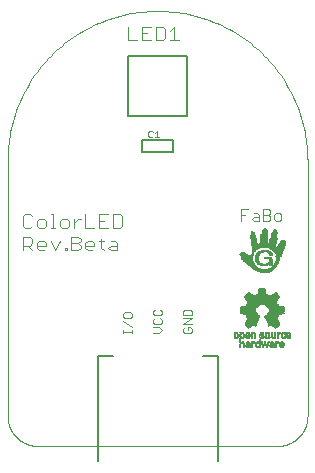
<source format=gto>
G75*
%MOIN*%
%OFA0B0*%
%FSLAX25Y25*%
%IPPOS*%
%LPD*%
%AMOC8*
5,1,8,0,0,1.08239X$1,22.5*
%
%ADD10C,0.00400*%
%ADD11C,0.00500*%
%ADD12C,0.00200*%
%ADD13C,0.00300*%
%ADD14C,0.00000*%
%ADD15R,0.00770X0.00035*%
%ADD16R,0.01400X0.00035*%
%ADD17R,0.01855X0.00035*%
%ADD18R,0.02170X0.00035*%
%ADD19R,0.02485X0.00035*%
%ADD20R,0.02765X0.00035*%
%ADD21R,0.02975X0.00035*%
%ADD22R,0.03220X0.00035*%
%ADD23R,0.03395X0.00035*%
%ADD24R,0.03605X0.00035*%
%ADD25R,0.03780X0.00035*%
%ADD26R,0.03955X0.00035*%
%ADD27R,0.04130X0.00035*%
%ADD28R,0.04270X0.00035*%
%ADD29R,0.04375X0.00035*%
%ADD30R,0.04550X0.00035*%
%ADD31R,0.04690X0.00035*%
%ADD32R,0.04865X0.00035*%
%ADD33R,0.04970X0.00035*%
%ADD34R,0.05110X0.00035*%
%ADD35R,0.05215X0.00035*%
%ADD36R,0.05355X0.00035*%
%ADD37R,0.05460X0.00035*%
%ADD38R,0.05600X0.00035*%
%ADD39R,0.05705X0.00035*%
%ADD40R,0.05810X0.00035*%
%ADD41R,0.05915X0.00035*%
%ADD42R,0.06055X0.00035*%
%ADD43R,0.06160X0.00035*%
%ADD44R,0.06265X0.00035*%
%ADD45R,0.06335X0.00035*%
%ADD46R,0.06440X0.00035*%
%ADD47R,0.06545X0.00035*%
%ADD48R,0.03080X0.00035*%
%ADD49R,0.02660X0.00035*%
%ADD50R,0.02870X0.00035*%
%ADD51R,0.02415X0.00035*%
%ADD52R,0.02730X0.00035*%
%ADD53R,0.02310X0.00035*%
%ADD54R,0.02695X0.00035*%
%ADD55R,0.02170X0.00035*%
%ADD56R,0.02590X0.00035*%
%ADD57R,0.02100X0.00035*%
%ADD58R,0.02520X0.00035*%
%ADD59R,0.02030X0.00035*%
%ADD60R,0.02450X0.00035*%
%ADD61R,0.01960X0.00035*%
%ADD62R,0.01890X0.00035*%
%ADD63R,0.02380X0.00035*%
%ADD64R,0.01785X0.00035*%
%ADD65R,0.01750X0.00035*%
%ADD66R,0.01715X0.00035*%
%ADD67R,0.02275X0.00035*%
%ADD68R,0.01645X0.00035*%
%ADD69R,0.02240X0.00035*%
%ADD70R,0.01610X0.00035*%
%ADD71R,0.02240X0.00035*%
%ADD72R,0.01575X0.00035*%
%ADD73R,0.01540X0.00035*%
%ADD74R,0.02205X0.00035*%
%ADD75R,0.01505X0.00035*%
%ADD76R,0.01470X0.00035*%
%ADD77R,0.01435X0.00035*%
%ADD78R,0.01365X0.00035*%
%ADD79R,0.01330X0.00035*%
%ADD80R,0.01295X0.00035*%
%ADD81R,0.01295X0.00035*%
%ADD82R,0.01260X0.00035*%
%ADD83R,0.01190X0.00035*%
%ADD84R,0.01225X0.00035*%
%ADD85R,0.00385X0.00035*%
%ADD86R,0.00980X0.00035*%
%ADD87R,0.01155X0.00035*%
%ADD88R,0.01645X0.00035*%
%ADD89R,0.01015X0.00035*%
%ADD90R,0.01050X0.00035*%
%ADD91R,0.02345X0.00035*%
%ADD92R,0.01085X0.00035*%
%ADD93R,0.02905X0.00035*%
%ADD94R,0.03045X0.00035*%
%ADD95R,0.01120X0.00035*%
%ADD96R,0.02345X0.00035*%
%ADD97R,0.03255X0.00035*%
%ADD98R,0.01120X0.00035*%
%ADD99R,0.03500X0.00035*%
%ADD100R,0.02415X0.00035*%
%ADD101R,0.03640X0.00035*%
%ADD102R,0.04900X0.00035*%
%ADD103R,0.04935X0.00035*%
%ADD104R,0.05005X0.00035*%
%ADD105R,0.01680X0.00035*%
%ADD106R,0.02065X0.00035*%
%ADD107R,0.02555X0.00035*%
%ADD108R,0.02590X0.00035*%
%ADD109R,0.02625X0.00035*%
%ADD110R,0.02695X0.00035*%
%ADD111R,0.01470X0.00035*%
%ADD112R,0.02765X0.00035*%
%ADD113R,0.02800X0.00035*%
%ADD114R,0.02835X0.00035*%
%ADD115R,0.01365X0.00035*%
%ADD116R,0.02940X0.00035*%
%ADD117R,0.03010X0.00035*%
%ADD118R,0.03045X0.00035*%
%ADD119R,0.03115X0.00035*%
%ADD120R,0.03150X0.00035*%
%ADD121R,0.03185X0.00035*%
%ADD122R,0.03220X0.00035*%
%ADD123R,0.01190X0.00035*%
%ADD124R,0.03290X0.00035*%
%ADD125R,0.03325X0.00035*%
%ADD126R,0.03360X0.00035*%
%ADD127R,0.03430X0.00035*%
%ADD128R,0.03465X0.00035*%
%ADD129R,0.03535X0.00035*%
%ADD130R,0.03570X0.00035*%
%ADD131R,0.03675X0.00035*%
%ADD132R,0.03710X0.00035*%
%ADD133R,0.03745X0.00035*%
%ADD134R,0.03815X0.00035*%
%ADD135R,0.03850X0.00035*%
%ADD136R,0.03885X0.00035*%
%ADD137R,0.03920X0.00035*%
%ADD138R,0.03990X0.00035*%
%ADD139R,0.04025X0.00035*%
%ADD140R,0.02870X0.00035*%
%ADD141R,0.04095X0.00035*%
%ADD142R,0.04165X0.00035*%
%ADD143R,0.04200X0.00035*%
%ADD144R,0.04235X0.00035*%
%ADD145R,0.04270X0.00035*%
%ADD146R,0.01820X0.00035*%
%ADD147R,0.04305X0.00035*%
%ADD148R,0.04340X0.00035*%
%ADD149R,0.01925X0.00035*%
%ADD150R,0.04410X0.00035*%
%ADD151R,0.00945X0.00035*%
%ADD152R,0.00875X0.00035*%
%ADD153R,0.00840X0.00035*%
%ADD154R,0.02135X0.00035*%
%ADD155R,0.00805X0.00035*%
%ADD156R,0.00735X0.00035*%
%ADD157R,0.01995X0.00035*%
%ADD158R,0.02520X0.00035*%
%ADD159R,0.01540X0.00035*%
%ADD160R,0.00770X0.00035*%
%ADD161R,0.00665X0.00035*%
%ADD162R,0.00420X0.00035*%
%ADD163R,0.00910X0.00035*%
%ADD164R,0.04060X0.00035*%
%ADD165R,0.01015X0.00035*%
%ADD166R,0.03115X0.00035*%
%ADD167R,0.03395X0.00035*%
%ADD168R,0.03745X0.00035*%
%ADD169R,0.04340X0.00035*%
%ADD170R,0.04480X0.00035*%
%ADD171R,0.02065X0.00035*%
%ADD172R,0.04515X0.00035*%
%ADD173R,0.04585X0.00035*%
%ADD174R,0.04760X0.00035*%
%ADD175R,0.04830X0.00035*%
%ADD176R,0.07805X0.00035*%
%ADD177R,0.07840X0.00035*%
%ADD178R,0.07875X0.00035*%
%ADD179R,0.07910X0.00035*%
%ADD180R,0.07945X0.00035*%
%ADD181R,0.07980X0.00035*%
%ADD182R,0.08015X0.00035*%
%ADD183R,0.08050X0.00035*%
%ADD184R,0.05635X0.00035*%
%ADD185R,0.01995X0.00035*%
%ADD186R,0.01890X0.00035*%
%ADD187R,0.01715X0.00035*%
%ADD188R,0.00945X0.00035*%
%ADD189R,0.00560X0.00035*%
%ADD190R,0.01820X0.00035*%
%ADD191R,0.00700X0.00035*%
%ADD192R,0.00630X0.00035*%
%ADD193R,0.00525X0.00035*%
%ADD194R,0.00175X0.00035*%
%ADD195R,0.00595X0.00035*%
%ADD196R,0.00490X0.00035*%
%ADD197R,0.00210X0.00035*%
%ADD198R,0.00490X0.00035*%
%ADD199R,0.00315X0.00035*%
%ADD200R,0.00520X0.00040*%
%ADD201R,0.00520X0.00040*%
%ADD202R,0.00760X0.00040*%
%ADD203R,0.00640X0.00040*%
%ADD204R,0.00440X0.00040*%
%ADD205R,0.00480X0.00040*%
%ADD206R,0.00520X0.00040*%
%ADD207R,0.00520X0.00040*%
%ADD208R,0.01400X0.00040*%
%ADD209R,0.00800X0.00040*%
%ADD210R,0.00480X0.00040*%
%ADD211R,0.00960X0.00040*%
%ADD212R,0.01440X0.00040*%
%ADD213R,0.01080X0.00040*%
%ADD214R,0.01520X0.00040*%
%ADD215R,0.01440X0.00040*%
%ADD216R,0.00560X0.00040*%
%ADD217R,0.01480X0.00040*%
%ADD218R,0.01200X0.00040*%
%ADD219R,0.01560X0.00040*%
%ADD220R,0.01320X0.00040*%
%ADD221R,0.01560X0.00040*%
%ADD222R,0.01520X0.00040*%
%ADD223R,0.00600X0.00040*%
%ADD224R,0.00560X0.00040*%
%ADD225R,0.01400X0.00040*%
%ADD226R,0.01600X0.00040*%
%ADD227R,0.00600X0.00040*%
%ADD228R,0.00640X0.00040*%
%ADD229R,0.01640X0.00040*%
%ADD230R,0.00680X0.00040*%
%ADD231R,0.01680X0.00040*%
%ADD232R,0.01680X0.00040*%
%ADD233R,0.01640X0.00040*%
%ADD234R,0.00720X0.00040*%
%ADD235R,0.01480X0.00040*%
%ADD236R,0.00760X0.00040*%
%ADD237R,0.00720X0.00040*%
%ADD238R,0.00640X0.00040*%
%ADD239R,0.00360X0.00040*%
%ADD240R,0.00240X0.00040*%
%ADD241R,0.00160X0.00040*%
%ADD242R,0.00840X0.00040*%
%ADD243R,0.00080X0.00040*%
%ADD244R,0.00880X0.00040*%
%ADD245R,0.00920X0.00040*%
%ADD246R,0.00960X0.00040*%
%ADD247R,0.01640X0.00040*%
%ADD248R,0.01760X0.00040*%
%ADD249R,0.00440X0.00040*%
%ADD250R,0.01000X0.00040*%
%ADD251R,0.01760X0.00040*%
%ADD252R,0.00440X0.00040*%
%ADD253R,0.01320X0.00040*%
%ADD254R,0.01200X0.00040*%
%ADD255R,0.00920X0.00040*%
%ADD256R,0.00840X0.00040*%
%ADD257R,0.00800X0.00040*%
%ADD258R,0.00080X0.00040*%
%ADD259R,0.00120X0.00040*%
%ADD260R,0.00240X0.00040*%
%ADD261R,0.00720X0.00040*%
%ADD262R,0.00200X0.00040*%
%ADD263R,0.00400X0.00040*%
%ADD264R,0.01240X0.00040*%
%ADD265R,0.01640X0.00040*%
%ADD266R,0.01440X0.00040*%
%ADD267R,0.01280X0.00040*%
%ADD268R,0.01520X0.00040*%
%ADD269R,0.01280X0.00040*%
%ADD270R,0.01520X0.00040*%
%ADD271R,0.01360X0.00040*%
%ADD272R,0.01440X0.00040*%
%ADD273R,0.01240X0.00040*%
%ADD274R,0.01120X0.00040*%
%ADD275R,0.01240X0.00040*%
%ADD276R,0.01040X0.00040*%
%ADD277R,0.00840X0.00040*%
%ADD278R,0.00440X0.00040*%
%ADD279R,0.00400X0.00040*%
%ADD280R,0.00320X0.00040*%
%ADD281R,0.00920X0.00040*%
%ADD282R,0.01040X0.00040*%
%ADD283R,0.01000X0.00040*%
%ADD284R,0.01080X0.00040*%
%ADD285R,0.01160X0.00040*%
%ADD286R,0.01040X0.00040*%
%ADD287R,0.01160X0.00040*%
%ADD288R,0.01600X0.00040*%
%ADD289R,0.01720X0.00040*%
%ADD290R,0.01720X0.00040*%
%ADD291R,0.00640X0.00040*%
%ADD292R,0.00680X0.00040*%
%ADD293R,0.00360X0.00040*%
%ADD294R,0.00280X0.00040*%
%ADD295R,0.00120X0.00040*%
%ADD296R,0.00040X0.00040*%
%ADD297R,0.00040X0.00040*%
%ADD298R,0.01320X0.00040*%
%ADD299R,0.00280X0.00040*%
%ADD300R,0.00320X0.00040*%
%ADD301R,0.01320X0.00040*%
%ADD302R,0.01120X0.00040*%
%ADD303R,0.01120X0.00040*%
%ADD304R,0.01800X0.00040*%
%ADD305R,0.01920X0.00040*%
%ADD306R,0.01920X0.00040*%
%ADD307R,0.02000X0.00040*%
%ADD308R,0.02120X0.00040*%
%ADD309R,0.02200X0.00040*%
%ADD310R,0.02320X0.00040*%
%ADD311R,0.02400X0.00040*%
%ADD312R,0.02520X0.00040*%
%ADD313R,0.02600X0.00040*%
%ADD314R,0.00880X0.00040*%
%ADD315R,0.03680X0.00040*%
%ADD316R,0.03720X0.00040*%
%ADD317R,0.03800X0.00040*%
%ADD318R,0.03840X0.00040*%
%ADD319R,0.03840X0.00040*%
%ADD320R,0.03920X0.00040*%
%ADD321R,0.03960X0.00040*%
%ADD322R,0.04000X0.00040*%
%ADD323R,0.04080X0.00040*%
%ADD324R,0.04120X0.00040*%
%ADD325R,0.04160X0.00040*%
%ADD326R,0.04200X0.00040*%
%ADD327R,0.04200X0.00040*%
%ADD328R,0.04160X0.00040*%
%ADD329R,0.04120X0.00040*%
%ADD330R,0.04080X0.00040*%
%ADD331R,0.04040X0.00040*%
%ADD332R,0.04040X0.00040*%
%ADD333R,0.04040X0.00040*%
%ADD334R,0.04040X0.00040*%
%ADD335R,0.03960X0.00040*%
%ADD336R,0.03920X0.00040*%
%ADD337R,0.03920X0.00040*%
%ADD338R,0.03880X0.00040*%
%ADD339R,0.03920X0.00040*%
%ADD340R,0.03880X0.00040*%
%ADD341R,0.03800X0.00040*%
%ADD342R,0.04240X0.00040*%
%ADD343R,0.04240X0.00040*%
%ADD344R,0.04280X0.00040*%
%ADD345R,0.04360X0.00040*%
%ADD346R,0.04400X0.00040*%
%ADD347R,0.04440X0.00040*%
%ADD348R,0.04520X0.00040*%
%ADD349R,0.04520X0.00040*%
%ADD350R,0.04520X0.00040*%
%ADD351R,0.04520X0.00040*%
%ADD352R,0.04480X0.00040*%
%ADD353R,0.04440X0.00040*%
%ADD354R,0.04400X0.00040*%
%ADD355R,0.04360X0.00040*%
%ADD356R,0.04320X0.00040*%
%ADD357R,0.04240X0.00040*%
%ADD358R,0.04320X0.00040*%
%ADD359R,0.04320X0.00040*%
%ADD360R,0.04560X0.00040*%
%ADD361R,0.04720X0.00040*%
%ADD362R,0.04920X0.00040*%
%ADD363R,0.04920X0.00040*%
%ADD364R,0.05080X0.00040*%
%ADD365R,0.05240X0.00040*%
%ADD366R,0.05240X0.00040*%
%ADD367R,0.05480X0.00040*%
%ADD368R,0.05640X0.00040*%
%ADD369R,0.05640X0.00040*%
%ADD370R,0.05680X0.00040*%
%ADD371R,0.05640X0.00040*%
%ADD372R,0.05600X0.00040*%
%ADD373R,0.05600X0.00040*%
%ADD374R,0.05560X0.00040*%
%ADD375R,0.05520X0.00040*%
%ADD376R,0.05520X0.00040*%
%ADD377R,0.05480X0.00040*%
%ADD378R,0.05440X0.00040*%
%ADD379R,0.05440X0.00040*%
%ADD380R,0.05560X0.00040*%
%ADD381R,0.05680X0.00040*%
%ADD382R,0.05440X0.00040*%
%ADD383R,0.05280X0.00040*%
%ADD384R,0.04920X0.00040*%
%ADD385R,0.04600X0.00040*%
%ADD386R,0.04840X0.00040*%
%ADD387R,0.10440X0.00040*%
%ADD388R,0.10360X0.00040*%
%ADD389R,0.10360X0.00040*%
%ADD390R,0.10280X0.00040*%
%ADD391R,0.10200X0.00040*%
%ADD392R,0.10200X0.00040*%
%ADD393R,0.10120X0.00040*%
%ADD394R,0.10040X0.00040*%
%ADD395R,0.10040X0.00040*%
%ADD396R,0.09960X0.00040*%
%ADD397R,0.09880X0.00040*%
%ADD398R,0.09880X0.00040*%
%ADD399R,0.09800X0.00040*%
%ADD400R,0.09720X0.00040*%
%ADD401R,0.09720X0.00040*%
%ADD402R,0.10280X0.00040*%
%ADD403R,0.10520X0.00040*%
%ADD404R,0.10520X0.00040*%
%ADD405R,0.10600X0.00040*%
%ADD406R,0.10680X0.00040*%
%ADD407R,0.10760X0.00040*%
%ADD408R,0.10840X0.00040*%
%ADD409R,0.10920X0.00040*%
%ADD410R,0.11000X0.00040*%
%ADD411R,0.11080X0.00040*%
%ADD412R,0.11080X0.00040*%
%ADD413R,0.11160X0.00040*%
%ADD414R,0.11240X0.00040*%
%ADD415R,0.11320X0.00040*%
%ADD416R,0.11400X0.00040*%
%ADD417R,0.11400X0.00040*%
%ADD418R,0.11480X0.00040*%
%ADD419R,0.11560X0.00040*%
%ADD420R,0.11640X0.00040*%
%ADD421R,0.11640X0.00040*%
%ADD422R,0.11720X0.00040*%
%ADD423R,0.11800X0.00040*%
%ADD424R,0.11880X0.00040*%
%ADD425R,0.11880X0.00040*%
%ADD426R,0.11960X0.00040*%
%ADD427R,0.11720X0.00040*%
%ADD428R,0.11320X0.00040*%
%ADD429R,0.02760X0.00040*%
%ADD430R,0.05400X0.00040*%
%ADD431R,0.02640X0.00040*%
%ADD432R,0.05160X0.00040*%
%ADD433R,0.02560X0.00040*%
%ADD434R,0.05000X0.00040*%
%ADD435R,0.02440X0.00040*%
%ADD436R,0.04760X0.00040*%
%ADD437R,0.02440X0.00040*%
%ADD438R,0.02360X0.00040*%
%ADD439R,0.04600X0.00040*%
%ADD440R,0.02280X0.00040*%
%ADD441R,0.02240X0.00040*%
%ADD442R,0.02160X0.00040*%
%ADD443R,0.02080X0.00040*%
%ADD444R,0.01960X0.00040*%
%ADD445R,0.01880X0.00040*%
%ADD446R,0.03640X0.00040*%
%ADD447R,0.03400X0.00040*%
%ADD448R,0.03240X0.00040*%
%ADD449R,0.03000X0.00040*%
%ADD450R,0.02920X0.00040*%
%ADD451R,0.01360X0.00040*%
%ADD452R,0.02840X0.00040*%
%ADD453R,0.02840X0.00040*%
%ADD454R,0.02760X0.00040*%
%ADD455R,0.02680X0.00040*%
%ADD456R,0.02680X0.00040*%
%ADD457R,0.02600X0.00040*%
%ADD458R,0.02520X0.00040*%
%ADD459R,0.02520X0.00040*%
%ADD460R,0.02440X0.00040*%
%ADD461R,0.02360X0.00040*%
%ADD462R,0.02280X0.00040*%
%ADD463R,0.02200X0.00040*%
%ADD464R,0.02120X0.00040*%
D10*
X0007000Y0089206D02*
X0007000Y0093810D01*
X0009302Y0093810D01*
X0010069Y0093043D01*
X0010069Y0091508D01*
X0009302Y0090741D01*
X0007000Y0090741D01*
X0008535Y0090741D02*
X0010069Y0089206D01*
X0011604Y0089973D02*
X0011604Y0091508D01*
X0012371Y0092275D01*
X0013906Y0092275D01*
X0014673Y0091508D01*
X0014673Y0090741D01*
X0011604Y0090741D01*
X0011604Y0089973D02*
X0012371Y0089206D01*
X0013906Y0089206D01*
X0016208Y0092275D02*
X0017742Y0089206D01*
X0019277Y0092275D01*
X0020812Y0089973D02*
X0021579Y0089973D01*
X0021579Y0089206D01*
X0020812Y0089206D01*
X0020812Y0089973D01*
X0023114Y0089206D02*
X0023114Y0093810D01*
X0025416Y0093810D01*
X0026183Y0093043D01*
X0026183Y0092275D01*
X0025416Y0091508D01*
X0023114Y0091508D01*
X0023114Y0089206D02*
X0025416Y0089206D01*
X0026183Y0089973D01*
X0026183Y0090741D01*
X0025416Y0091508D01*
X0027718Y0091508D02*
X0027718Y0089973D01*
X0028485Y0089206D01*
X0030020Y0089206D01*
X0030787Y0090741D02*
X0027718Y0090741D01*
X0027718Y0091508D02*
X0028485Y0092275D01*
X0030020Y0092275D01*
X0030787Y0091508D01*
X0030787Y0090741D01*
X0032322Y0092275D02*
X0033856Y0092275D01*
X0033089Y0093043D02*
X0033089Y0089973D01*
X0033856Y0089206D01*
X0035391Y0089973D02*
X0036158Y0090741D01*
X0038460Y0090741D01*
X0038460Y0091508D02*
X0038460Y0089206D01*
X0036158Y0089206D01*
X0035391Y0089973D01*
X0036158Y0092275D02*
X0037693Y0092275D01*
X0038460Y0091508D01*
X0039227Y0096706D02*
X0036926Y0096706D01*
X0036926Y0101310D01*
X0039227Y0101310D01*
X0039995Y0100543D01*
X0039995Y0097473D01*
X0039227Y0096706D01*
X0035391Y0096706D02*
X0032322Y0096706D01*
X0032322Y0101310D01*
X0035391Y0101310D01*
X0033856Y0099008D02*
X0032322Y0099008D01*
X0030787Y0096706D02*
X0027718Y0096706D01*
X0027718Y0101310D01*
X0026183Y0099775D02*
X0025416Y0099775D01*
X0023881Y0098241D01*
X0023881Y0099775D02*
X0023881Y0096706D01*
X0022346Y0097473D02*
X0022346Y0099008D01*
X0021579Y0099775D01*
X0020044Y0099775D01*
X0019277Y0099008D01*
X0019277Y0097473D01*
X0020044Y0096706D01*
X0021579Y0096706D01*
X0022346Y0097473D01*
X0017742Y0096706D02*
X0016208Y0096706D01*
X0016975Y0096706D02*
X0016975Y0101310D01*
X0016208Y0101310D01*
X0014673Y0099008D02*
X0013906Y0099775D01*
X0012371Y0099775D01*
X0011604Y0099008D01*
X0011604Y0097473D01*
X0012371Y0096706D01*
X0013906Y0096706D01*
X0014673Y0097473D01*
X0014673Y0099008D01*
X0010069Y0100543D02*
X0009302Y0101310D01*
X0007767Y0101310D01*
X0007000Y0100543D01*
X0007000Y0097473D01*
X0007767Y0096706D01*
X0009302Y0096706D01*
X0010069Y0097473D01*
X0042000Y0159206D02*
X0045069Y0159206D01*
X0046604Y0159206D02*
X0049673Y0159206D01*
X0048139Y0161508D02*
X0046604Y0161508D01*
X0046604Y0163810D02*
X0046604Y0159206D01*
X0046604Y0163810D02*
X0049673Y0163810D01*
X0051208Y0163810D02*
X0051208Y0159206D01*
X0053510Y0159206D01*
X0054277Y0159973D01*
X0054277Y0163043D01*
X0053510Y0163810D01*
X0051208Y0163810D01*
X0055812Y0162275D02*
X0057346Y0163810D01*
X0057346Y0159206D01*
X0055812Y0159206D02*
X0058881Y0159206D01*
X0042000Y0159206D02*
X0042000Y0163810D01*
D11*
X0041957Y0153848D02*
X0041957Y0134163D01*
X0061643Y0134163D01*
X0061643Y0153848D01*
X0041957Y0153848D01*
X0046682Y0125974D02*
X0046682Y0122037D01*
X0047076Y0122037D02*
X0056918Y0122037D01*
X0056918Y0125974D01*
X0046682Y0125974D01*
X0036800Y0054006D02*
X0031800Y0054006D01*
X0031800Y0019006D01*
X0066800Y0054006D02*
X0071800Y0054006D01*
X0071800Y0019006D01*
D12*
X0052460Y0126862D02*
X0050992Y0126862D01*
X0051726Y0126862D02*
X0051726Y0129064D01*
X0050992Y0128330D01*
X0050250Y0128697D02*
X0049883Y0129064D01*
X0049149Y0129064D01*
X0048782Y0128697D01*
X0048782Y0127229D01*
X0049149Y0126862D01*
X0049883Y0126862D01*
X0050250Y0127229D01*
D13*
X0079584Y0102859D02*
X0079584Y0099156D01*
X0079584Y0101007D02*
X0080818Y0101007D01*
X0079584Y0102859D02*
X0082052Y0102859D01*
X0083884Y0101625D02*
X0085118Y0101625D01*
X0085736Y0101007D01*
X0085736Y0099156D01*
X0083884Y0099156D01*
X0083267Y0099773D01*
X0083884Y0100390D01*
X0085736Y0100390D01*
X0086950Y0101007D02*
X0088802Y0101007D01*
X0089419Y0100390D01*
X0089419Y0099773D01*
X0088802Y0099156D01*
X0086950Y0099156D01*
X0086950Y0102859D01*
X0088802Y0102859D01*
X0089419Y0102242D01*
X0089419Y0101625D01*
X0088802Y0101007D01*
X0090633Y0101007D02*
X0090633Y0099773D01*
X0091250Y0099156D01*
X0092485Y0099156D01*
X0093102Y0099773D01*
X0093102Y0101007D01*
X0092485Y0101625D01*
X0091250Y0101625D01*
X0090633Y0101007D01*
X0062766Y0069484D02*
X0063250Y0069000D01*
X0063250Y0067549D01*
X0060348Y0067549D01*
X0060348Y0069000D01*
X0060831Y0069484D01*
X0062766Y0069484D01*
X0063250Y0066537D02*
X0060348Y0066537D01*
X0060348Y0064602D02*
X0063250Y0066537D01*
X0063250Y0064602D02*
X0060348Y0064602D01*
X0060831Y0063591D02*
X0060348Y0063107D01*
X0060348Y0062140D01*
X0060831Y0061656D01*
X0062766Y0061656D01*
X0063250Y0062140D01*
X0063250Y0063107D01*
X0062766Y0063591D01*
X0061799Y0063591D01*
X0061799Y0062623D01*
X0053250Y0062623D02*
X0052283Y0063591D01*
X0050348Y0063591D01*
X0050831Y0064602D02*
X0050348Y0065086D01*
X0050348Y0066054D01*
X0050831Y0066537D01*
X0050831Y0067549D02*
X0050348Y0068033D01*
X0050348Y0069000D01*
X0050831Y0069484D01*
X0050831Y0067549D02*
X0052766Y0067549D01*
X0053250Y0068033D01*
X0053250Y0069000D01*
X0052766Y0069484D01*
X0052766Y0066537D02*
X0053250Y0066054D01*
X0053250Y0065086D01*
X0052766Y0064602D01*
X0050831Y0064602D01*
X0050348Y0061656D02*
X0052283Y0061656D01*
X0053250Y0062623D01*
X0043250Y0062623D02*
X0043250Y0061656D01*
X0043250Y0062140D02*
X0040348Y0062140D01*
X0040348Y0062623D02*
X0040348Y0061656D01*
X0043250Y0063620D02*
X0040348Y0065555D01*
X0040831Y0066567D02*
X0040348Y0067051D01*
X0040348Y0068018D01*
X0040831Y0068502D01*
X0042766Y0068502D01*
X0043250Y0068018D01*
X0043250Y0067051D01*
X0042766Y0066567D01*
X0040831Y0066567D01*
D14*
X0011800Y0024006D02*
X0091800Y0024006D01*
X0092042Y0024009D01*
X0092283Y0024018D01*
X0092524Y0024032D01*
X0092765Y0024053D01*
X0093005Y0024079D01*
X0093245Y0024111D01*
X0093484Y0024149D01*
X0093721Y0024192D01*
X0093958Y0024242D01*
X0094193Y0024297D01*
X0094427Y0024357D01*
X0094659Y0024424D01*
X0094890Y0024495D01*
X0095119Y0024573D01*
X0095346Y0024656D01*
X0095571Y0024744D01*
X0095794Y0024838D01*
X0096014Y0024937D01*
X0096232Y0025042D01*
X0096447Y0025151D01*
X0096660Y0025266D01*
X0096870Y0025386D01*
X0097076Y0025511D01*
X0097280Y0025641D01*
X0097481Y0025776D01*
X0097678Y0025916D01*
X0097872Y0026060D01*
X0098062Y0026209D01*
X0098248Y0026363D01*
X0098431Y0026521D01*
X0098610Y0026683D01*
X0098785Y0026850D01*
X0098956Y0027021D01*
X0099123Y0027196D01*
X0099285Y0027375D01*
X0099443Y0027558D01*
X0099597Y0027744D01*
X0099746Y0027934D01*
X0099890Y0028128D01*
X0100030Y0028325D01*
X0100165Y0028526D01*
X0100295Y0028730D01*
X0100420Y0028936D01*
X0100540Y0029146D01*
X0100655Y0029359D01*
X0100764Y0029574D01*
X0100869Y0029792D01*
X0100968Y0030012D01*
X0101062Y0030235D01*
X0101150Y0030460D01*
X0101233Y0030687D01*
X0101311Y0030916D01*
X0101382Y0031147D01*
X0101449Y0031379D01*
X0101509Y0031613D01*
X0101564Y0031848D01*
X0101614Y0032085D01*
X0101657Y0032322D01*
X0101695Y0032561D01*
X0101727Y0032801D01*
X0101753Y0033041D01*
X0101774Y0033282D01*
X0101788Y0033523D01*
X0101797Y0033764D01*
X0101800Y0034006D01*
X0101800Y0119006D01*
X0101785Y0120224D01*
X0101741Y0121440D01*
X0101667Y0122656D01*
X0101563Y0123869D01*
X0101430Y0125079D01*
X0101267Y0126286D01*
X0101075Y0127488D01*
X0100854Y0128686D01*
X0100604Y0129878D01*
X0100325Y0131063D01*
X0100017Y0132241D01*
X0099680Y0133411D01*
X0099315Y0134573D01*
X0098922Y0135725D01*
X0098501Y0136868D01*
X0098052Y0137999D01*
X0097576Y0139120D01*
X0097072Y0140229D01*
X0096542Y0141325D01*
X0095985Y0142408D01*
X0095402Y0143477D01*
X0094794Y0144531D01*
X0094159Y0145571D01*
X0093500Y0146594D01*
X0092816Y0147602D01*
X0092107Y0148592D01*
X0091375Y0149565D01*
X0090619Y0150519D01*
X0089840Y0151455D01*
X0089039Y0152372D01*
X0088215Y0153269D01*
X0087370Y0154145D01*
X0086504Y0155001D01*
X0085617Y0155836D01*
X0084710Y0156648D01*
X0083784Y0157438D01*
X0082838Y0158206D01*
X0081875Y0158950D01*
X0080893Y0159670D01*
X0079894Y0160367D01*
X0078879Y0161039D01*
X0077847Y0161686D01*
X0076800Y0162307D01*
X0075738Y0162903D01*
X0074662Y0163473D01*
X0073573Y0164017D01*
X0072470Y0164533D01*
X0071355Y0165023D01*
X0070229Y0165486D01*
X0069092Y0165921D01*
X0067944Y0166328D01*
X0066787Y0166707D01*
X0065621Y0167058D01*
X0064447Y0167380D01*
X0063265Y0167674D01*
X0062076Y0167939D01*
X0060882Y0168174D01*
X0059682Y0168381D01*
X0058477Y0168558D01*
X0057269Y0168706D01*
X0056057Y0168824D01*
X0054842Y0168913D01*
X0053626Y0168973D01*
X0052409Y0169002D01*
X0051191Y0169002D01*
X0049974Y0168973D01*
X0048758Y0168913D01*
X0047543Y0168824D01*
X0046331Y0168706D01*
X0045123Y0168558D01*
X0043918Y0168381D01*
X0042718Y0168174D01*
X0041524Y0167939D01*
X0040335Y0167674D01*
X0039153Y0167380D01*
X0037979Y0167058D01*
X0036813Y0166707D01*
X0035656Y0166328D01*
X0034508Y0165921D01*
X0033371Y0165486D01*
X0032245Y0165023D01*
X0031130Y0164533D01*
X0030027Y0164017D01*
X0028938Y0163473D01*
X0027862Y0162903D01*
X0026800Y0162307D01*
X0025753Y0161686D01*
X0024721Y0161039D01*
X0023706Y0160367D01*
X0022707Y0159670D01*
X0021725Y0158950D01*
X0020762Y0158206D01*
X0019816Y0157438D01*
X0018890Y0156648D01*
X0017983Y0155836D01*
X0017096Y0155001D01*
X0016230Y0154145D01*
X0015385Y0153269D01*
X0014561Y0152372D01*
X0013760Y0151455D01*
X0012981Y0150519D01*
X0012225Y0149565D01*
X0011493Y0148592D01*
X0010784Y0147602D01*
X0010100Y0146594D01*
X0009441Y0145571D01*
X0008806Y0144531D01*
X0008198Y0143477D01*
X0007615Y0142408D01*
X0007058Y0141325D01*
X0006528Y0140229D01*
X0006024Y0139120D01*
X0005548Y0137999D01*
X0005099Y0136868D01*
X0004678Y0135725D01*
X0004285Y0134573D01*
X0003920Y0133411D01*
X0003583Y0132241D01*
X0003275Y0131063D01*
X0002996Y0129878D01*
X0002746Y0128686D01*
X0002525Y0127488D01*
X0002333Y0126286D01*
X0002170Y0125079D01*
X0002037Y0123869D01*
X0001933Y0122656D01*
X0001859Y0121440D01*
X0001815Y0120224D01*
X0001800Y0119006D01*
X0001800Y0034006D01*
X0001803Y0033764D01*
X0001812Y0033523D01*
X0001826Y0033282D01*
X0001847Y0033041D01*
X0001873Y0032801D01*
X0001905Y0032561D01*
X0001943Y0032322D01*
X0001986Y0032085D01*
X0002036Y0031848D01*
X0002091Y0031613D01*
X0002151Y0031379D01*
X0002218Y0031147D01*
X0002289Y0030916D01*
X0002367Y0030687D01*
X0002450Y0030460D01*
X0002538Y0030235D01*
X0002632Y0030012D01*
X0002731Y0029792D01*
X0002836Y0029574D01*
X0002945Y0029359D01*
X0003060Y0029146D01*
X0003180Y0028936D01*
X0003305Y0028730D01*
X0003435Y0028526D01*
X0003570Y0028325D01*
X0003710Y0028128D01*
X0003854Y0027934D01*
X0004003Y0027744D01*
X0004157Y0027558D01*
X0004315Y0027375D01*
X0004477Y0027196D01*
X0004644Y0027021D01*
X0004815Y0026850D01*
X0004990Y0026683D01*
X0005169Y0026521D01*
X0005352Y0026363D01*
X0005538Y0026209D01*
X0005728Y0026060D01*
X0005922Y0025916D01*
X0006119Y0025776D01*
X0006320Y0025641D01*
X0006524Y0025511D01*
X0006730Y0025386D01*
X0006940Y0025266D01*
X0007153Y0025151D01*
X0007368Y0025042D01*
X0007586Y0024937D01*
X0007806Y0024838D01*
X0008029Y0024744D01*
X0008254Y0024656D01*
X0008481Y0024573D01*
X0008710Y0024495D01*
X0008941Y0024424D01*
X0009173Y0024357D01*
X0009407Y0024297D01*
X0009642Y0024242D01*
X0009879Y0024192D01*
X0010116Y0024149D01*
X0010355Y0024111D01*
X0010595Y0024079D01*
X0010835Y0024053D01*
X0011076Y0024032D01*
X0011317Y0024018D01*
X0011558Y0024009D01*
X0011800Y0024006D01*
D15*
X0083377Y0087631D03*
X0083413Y0087666D03*
X0083413Y0087701D03*
X0083448Y0087736D03*
X0083588Y0088051D03*
X0083623Y0088121D03*
X0083448Y0095086D03*
X0090973Y0095856D03*
X0087577Y0081506D03*
D16*
X0087577Y0081541D03*
X0089502Y0084936D03*
X0090587Y0083466D03*
X0090552Y0083431D03*
X0090517Y0083396D03*
X0091987Y0086161D03*
X0091987Y0086196D03*
X0091987Y0086231D03*
X0092023Y0086266D03*
X0092023Y0086301D03*
X0089117Y0088331D03*
X0085513Y0087981D03*
X0085477Y0087946D03*
X0085408Y0087841D03*
X0085373Y0087806D03*
X0085338Y0087736D03*
X0085302Y0087701D03*
X0085267Y0087631D03*
X0084077Y0089066D03*
X0085338Y0084971D03*
X0085373Y0084936D03*
X0080263Y0088156D03*
X0083552Y0094491D03*
X0087577Y0095821D03*
X0090902Y0095366D03*
D17*
X0090815Y0094771D03*
X0090815Y0094736D03*
X0087560Y0095261D03*
X0087560Y0095296D03*
X0084305Y0089416D03*
X0086335Y0088506D03*
X0086020Y0084481D03*
X0087560Y0081576D03*
X0089940Y0082941D03*
X0089275Y0084621D03*
X0092145Y0087141D03*
X0092145Y0087176D03*
X0083710Y0093546D03*
X0083710Y0093581D03*
X0083710Y0093616D03*
X0080315Y0087911D03*
D18*
X0083798Y0083536D03*
X0086248Y0084446D03*
X0087577Y0081611D03*
X0092162Y0087631D03*
X0090062Y0089766D03*
X0084427Y0089591D03*
X0084077Y0091656D03*
X0083973Y0092076D03*
X0083973Y0092111D03*
D19*
X0084585Y0089731D03*
X0087385Y0093441D03*
X0087385Y0093476D03*
X0087385Y0093511D03*
X0087385Y0093546D03*
X0087385Y0093581D03*
X0092145Y0088016D03*
X0093055Y0090326D03*
X0093055Y0090361D03*
X0093090Y0090396D03*
X0087210Y0084061D03*
X0087560Y0081646D03*
X0082835Y0084481D03*
X0082800Y0084516D03*
D20*
X0082485Y0084901D03*
X0080665Y0087386D03*
X0087245Y0091901D03*
X0087245Y0091936D03*
X0087245Y0091971D03*
X0087245Y0092006D03*
X0087245Y0092041D03*
X0087245Y0092076D03*
X0092110Y0088296D03*
X0088820Y0084446D03*
X0087560Y0081681D03*
D21*
X0087560Y0081716D03*
X0084795Y0089906D03*
X0087210Y0091201D03*
X0087210Y0091236D03*
X0087210Y0091271D03*
X0087210Y0091306D03*
D22*
X0092057Y0088681D03*
X0087542Y0081751D03*
D23*
X0087525Y0081786D03*
X0087210Y0084236D03*
X0081925Y0085741D03*
D24*
X0081785Y0085986D03*
X0087525Y0081821D03*
X0091970Y0088961D03*
D25*
X0091917Y0089101D03*
X0087507Y0081856D03*
X0081663Y0086266D03*
D26*
X0081575Y0086511D03*
X0081575Y0086546D03*
X0087525Y0081891D03*
X0091865Y0089206D03*
D27*
X0087542Y0088541D03*
X0087507Y0081926D03*
X0081523Y0086756D03*
X0081523Y0086791D03*
X0081523Y0086826D03*
D28*
X0087507Y0081961D03*
D29*
X0087490Y0081996D03*
X0091760Y0089451D03*
X0081470Y0087281D03*
D30*
X0087473Y0082031D03*
D31*
X0087472Y0082066D03*
X0091672Y0089591D03*
D32*
X0087455Y0082101D03*
D33*
X0087437Y0082136D03*
D34*
X0087437Y0082171D03*
D35*
X0087420Y0082206D03*
D36*
X0087420Y0082241D03*
D37*
X0087402Y0082276D03*
D38*
X0087402Y0082311D03*
X0088417Y0090711D03*
X0088417Y0090746D03*
X0088452Y0090851D03*
D39*
X0087385Y0082346D03*
D40*
X0087367Y0082381D03*
D41*
X0087350Y0082416D03*
D42*
X0087350Y0082451D03*
D43*
X0087332Y0082486D03*
D44*
X0087315Y0082521D03*
D45*
X0087315Y0082556D03*
D46*
X0087297Y0082591D03*
D47*
X0087280Y0082626D03*
D48*
X0085477Y0082661D03*
X0082152Y0085356D03*
X0087227Y0090991D03*
X0092057Y0088576D03*
D49*
X0092127Y0088191D03*
X0092792Y0089906D03*
X0092827Y0089941D03*
X0089782Y0089941D03*
X0087297Y0092496D03*
X0087297Y0092531D03*
X0087297Y0092566D03*
X0087297Y0092601D03*
X0087297Y0092636D03*
X0087297Y0092671D03*
X0082538Y0084831D03*
X0082572Y0084796D03*
X0080613Y0087421D03*
X0089257Y0082661D03*
D50*
X0085338Y0082696D03*
X0082363Y0085076D03*
X0082327Y0085111D03*
X0087227Y0091516D03*
X0087227Y0091551D03*
X0087227Y0091586D03*
X0087227Y0091621D03*
X0087227Y0091656D03*
D51*
X0087420Y0093791D03*
X0087420Y0093826D03*
X0087420Y0093861D03*
X0087420Y0093896D03*
X0087420Y0093931D03*
X0090115Y0091131D03*
X0090115Y0091096D03*
X0090080Y0091026D03*
X0090080Y0090991D03*
X0090045Y0090886D03*
X0090185Y0091376D03*
X0089905Y0089871D03*
X0093160Y0090571D03*
X0093195Y0090641D03*
X0089415Y0082696D03*
X0083010Y0084271D03*
X0082940Y0084341D03*
X0080490Y0087561D03*
D52*
X0084707Y0089836D03*
X0087262Y0092111D03*
X0087262Y0092146D03*
X0087262Y0092181D03*
X0087262Y0092216D03*
X0087262Y0092251D03*
X0092127Y0088261D03*
X0092723Y0089801D03*
X0085198Y0082731D03*
D53*
X0084567Y0083011D03*
X0084497Y0083046D03*
X0083202Y0084061D03*
X0080438Y0087631D03*
X0084497Y0089661D03*
X0084288Y0090956D03*
X0084288Y0090991D03*
X0084252Y0091026D03*
X0084252Y0091061D03*
X0087472Y0094246D03*
X0087472Y0094281D03*
X0087472Y0094316D03*
X0087472Y0094351D03*
X0090587Y0093336D03*
X0090587Y0093301D03*
X0090587Y0093266D03*
X0090587Y0093231D03*
X0090552Y0093161D03*
X0090552Y0093126D03*
X0090552Y0093091D03*
X0090552Y0093056D03*
X0090517Y0092951D03*
X0090517Y0092916D03*
X0090517Y0092881D03*
X0093352Y0091026D03*
X0093317Y0090956D03*
X0092162Y0087806D03*
X0089502Y0082731D03*
D54*
X0087210Y0084096D03*
X0085110Y0082766D03*
X0092740Y0089836D03*
X0092775Y0089871D03*
D55*
X0093457Y0091306D03*
X0093457Y0091341D03*
X0090692Y0093896D03*
X0090692Y0093931D03*
X0090692Y0093966D03*
X0090692Y0094001D03*
X0087507Y0094596D03*
X0087507Y0094631D03*
X0087507Y0094666D03*
X0087507Y0094701D03*
X0084007Y0091971D03*
X0084007Y0091936D03*
X0084007Y0091901D03*
X0084042Y0091831D03*
X0084042Y0091796D03*
X0089607Y0082766D03*
D56*
X0085022Y0082801D03*
X0082677Y0084656D03*
X0082642Y0084691D03*
X0080577Y0087456D03*
X0087332Y0092881D03*
X0087332Y0092916D03*
X0087332Y0092951D03*
X0087332Y0092986D03*
X0087332Y0093021D03*
X0092897Y0090046D03*
D57*
X0093492Y0091446D03*
X0092162Y0087526D03*
X0089677Y0082801D03*
X0083902Y0092391D03*
X0083902Y0092426D03*
X0083902Y0092461D03*
X0083902Y0092496D03*
X0083867Y0092531D03*
X0083867Y0092566D03*
X0083867Y0092601D03*
X0083867Y0092636D03*
X0080367Y0087771D03*
X0087542Y0094841D03*
X0090727Y0094211D03*
X0090727Y0094176D03*
X0090727Y0094141D03*
D58*
X0087367Y0093406D03*
X0087367Y0093371D03*
X0087367Y0093336D03*
X0087367Y0093301D03*
X0087367Y0093266D03*
X0092967Y0090186D03*
X0084917Y0082836D03*
X0082782Y0084551D03*
X0080542Y0087491D03*
D59*
X0080367Y0087806D03*
X0083832Y0092811D03*
X0083832Y0092846D03*
X0083832Y0092881D03*
X0083798Y0092951D03*
X0083798Y0092986D03*
X0083798Y0093021D03*
X0087542Y0094946D03*
X0087542Y0094981D03*
X0087542Y0095016D03*
X0090762Y0094421D03*
X0090762Y0094386D03*
X0090762Y0094351D03*
X0093527Y0091551D03*
X0092162Y0087456D03*
X0092162Y0087421D03*
X0092162Y0087386D03*
X0089748Y0082836D03*
X0087612Y0088961D03*
D60*
X0090062Y0090921D03*
X0090062Y0090956D03*
X0092162Y0087981D03*
X0092162Y0087946D03*
X0093108Y0090431D03*
X0093108Y0090466D03*
X0093142Y0090501D03*
X0093142Y0090536D03*
X0093177Y0090606D03*
X0087402Y0093616D03*
X0087402Y0093651D03*
X0087402Y0093686D03*
X0087402Y0093721D03*
X0087402Y0093756D03*
X0082852Y0084446D03*
X0082888Y0084411D03*
X0082923Y0084376D03*
X0084777Y0082906D03*
X0084848Y0082871D03*
X0080508Y0087526D03*
D61*
X0080332Y0087876D03*
X0083763Y0093161D03*
X0083763Y0093196D03*
X0083763Y0093231D03*
X0083763Y0093266D03*
X0084357Y0089486D03*
X0087227Y0083991D03*
X0089222Y0084586D03*
X0089817Y0082871D03*
X0092162Y0087316D03*
X0092162Y0087351D03*
X0093562Y0091656D03*
X0090797Y0094561D03*
X0090797Y0094596D03*
X0090797Y0094631D03*
X0087542Y0095086D03*
D62*
X0092162Y0087246D03*
X0092162Y0087211D03*
X0089887Y0082906D03*
D63*
X0089012Y0084481D03*
X0092162Y0087876D03*
X0092162Y0087911D03*
X0093212Y0090676D03*
X0093212Y0090711D03*
X0093248Y0090746D03*
X0093248Y0090781D03*
X0093282Y0090851D03*
X0090237Y0091551D03*
X0090237Y0091586D03*
X0090237Y0091621D03*
X0090273Y0091691D03*
X0090273Y0091726D03*
X0090273Y0091761D03*
X0090307Y0091866D03*
X0090307Y0091901D03*
X0090342Y0092041D03*
X0090342Y0092076D03*
X0090377Y0092216D03*
X0090412Y0092391D03*
X0090202Y0091516D03*
X0090202Y0091481D03*
X0090202Y0091446D03*
X0090202Y0091411D03*
X0090167Y0091341D03*
X0090167Y0091306D03*
X0090167Y0091271D03*
X0090132Y0091201D03*
X0090132Y0091166D03*
X0090098Y0091061D03*
X0087612Y0088926D03*
X0084532Y0089696D03*
X0084357Y0090746D03*
X0084357Y0090781D03*
X0084323Y0090851D03*
X0087437Y0093966D03*
X0087437Y0094001D03*
X0087437Y0094036D03*
X0087437Y0094071D03*
X0083063Y0084236D03*
X0084638Y0082976D03*
X0084707Y0082941D03*
D64*
X0085950Y0084516D03*
X0089310Y0084656D03*
X0090010Y0082976D03*
X0092145Y0087036D03*
X0092145Y0087071D03*
X0093615Y0091831D03*
X0090850Y0094876D03*
X0090850Y0094911D03*
X0083675Y0093791D03*
X0083675Y0093756D03*
X0083675Y0093721D03*
D65*
X0083658Y0093826D03*
X0083658Y0093861D03*
X0083658Y0093896D03*
X0084252Y0089346D03*
X0087577Y0095401D03*
X0087577Y0095436D03*
X0087577Y0095471D03*
X0090867Y0094946D03*
X0093633Y0091901D03*
X0093633Y0091866D03*
X0092127Y0087001D03*
X0092127Y0086966D03*
X0092127Y0086931D03*
X0090062Y0083011D03*
X0088767Y0088506D03*
X0080298Y0087981D03*
D66*
X0080280Y0088016D03*
X0083640Y0093931D03*
X0083640Y0093966D03*
X0083640Y0094001D03*
X0084235Y0089311D03*
X0086230Y0088471D03*
X0089345Y0084691D03*
X0090115Y0083046D03*
D67*
X0092180Y0087771D03*
X0093335Y0090991D03*
X0093370Y0091061D03*
X0093370Y0091096D03*
X0090570Y0093196D03*
X0090605Y0093371D03*
X0090605Y0093406D03*
X0090605Y0093441D03*
X0090605Y0093476D03*
X0090640Y0093616D03*
X0087490Y0094386D03*
X0087490Y0094421D03*
X0087490Y0094456D03*
X0084165Y0091341D03*
X0084200Y0091236D03*
X0084200Y0091201D03*
X0084235Y0091166D03*
X0084235Y0091131D03*
X0084235Y0091096D03*
X0083255Y0084026D03*
X0083290Y0083991D03*
X0083325Y0083956D03*
X0083360Y0083921D03*
X0083395Y0083886D03*
X0083430Y0083851D03*
X0084445Y0083081D03*
D68*
X0085775Y0084586D03*
X0086125Y0088436D03*
X0088890Y0088471D03*
X0092110Y0086826D03*
X0092110Y0086791D03*
X0092110Y0086756D03*
X0090185Y0083116D03*
X0090150Y0083081D03*
X0093650Y0091971D03*
X0090885Y0095086D03*
D69*
X0090657Y0093721D03*
X0090657Y0093686D03*
X0090657Y0093651D03*
X0090622Y0093581D03*
X0090622Y0093546D03*
X0090622Y0093511D03*
X0090027Y0089801D03*
X0087507Y0094491D03*
X0084147Y0091411D03*
X0084147Y0091376D03*
X0084182Y0091306D03*
X0084182Y0091271D03*
X0083482Y0083816D03*
X0083517Y0083781D03*
X0083552Y0083746D03*
X0084217Y0083221D03*
X0084322Y0083151D03*
X0084392Y0083116D03*
X0087227Y0084026D03*
X0093422Y0091236D03*
D70*
X0093667Y0092006D03*
X0090867Y0095121D03*
X0087577Y0095576D03*
X0087577Y0095611D03*
X0084182Y0089241D03*
X0086072Y0088401D03*
X0089397Y0084761D03*
X0090237Y0083151D03*
X0092092Y0086686D03*
X0092092Y0086721D03*
X0083588Y0094176D03*
X0083588Y0094211D03*
D71*
X0084113Y0091516D03*
X0084463Y0089626D03*
X0083588Y0083711D03*
X0084288Y0083186D03*
X0080438Y0087666D03*
X0092162Y0087701D03*
X0092162Y0087736D03*
X0093387Y0091131D03*
X0093387Y0091166D03*
D72*
X0093685Y0092041D03*
X0090885Y0095156D03*
X0090885Y0095191D03*
X0087595Y0095646D03*
X0084165Y0089206D03*
X0085985Y0088366D03*
X0085705Y0084621D03*
X0088960Y0088436D03*
X0089415Y0084796D03*
X0090290Y0083186D03*
X0092075Y0086581D03*
X0092075Y0086616D03*
X0092075Y0086651D03*
D73*
X0092057Y0086546D03*
X0092057Y0086511D03*
X0090342Y0083221D03*
X0085652Y0084656D03*
X0085932Y0088331D03*
X0084147Y0089171D03*
X0087577Y0095681D03*
X0090902Y0095226D03*
D74*
X0090675Y0093861D03*
X0090675Y0093826D03*
X0090675Y0093791D03*
X0090675Y0093756D03*
X0087490Y0094526D03*
X0087490Y0094561D03*
X0084025Y0091866D03*
X0084060Y0091761D03*
X0084060Y0091726D03*
X0084060Y0091691D03*
X0084095Y0091621D03*
X0084095Y0091586D03*
X0084095Y0091551D03*
X0084130Y0091481D03*
X0084130Y0091446D03*
X0080420Y0087701D03*
X0083640Y0083676D03*
X0083675Y0083641D03*
X0083710Y0083606D03*
X0083745Y0083571D03*
X0083850Y0083501D03*
X0083885Y0083466D03*
X0083920Y0083431D03*
X0083990Y0083396D03*
X0084025Y0083361D03*
X0084060Y0083326D03*
X0084130Y0083291D03*
X0084165Y0083256D03*
X0089100Y0084516D03*
X0092180Y0087666D03*
X0093405Y0091201D03*
X0093440Y0091271D03*
D75*
X0093685Y0092076D03*
X0090885Y0095261D03*
X0087595Y0095716D03*
X0083570Y0094386D03*
X0083570Y0094351D03*
X0083570Y0094316D03*
X0084130Y0089136D03*
X0085775Y0088226D03*
X0085845Y0088261D03*
X0085880Y0088296D03*
X0085565Y0084726D03*
X0085600Y0084691D03*
X0089030Y0088401D03*
X0089450Y0084831D03*
X0090360Y0083256D03*
D76*
X0090412Y0083291D03*
X0090448Y0083326D03*
X0085652Y0088121D03*
X0085688Y0088156D03*
X0085723Y0088191D03*
X0083552Y0094421D03*
X0087577Y0095751D03*
X0090902Y0095296D03*
X0080263Y0088121D03*
D77*
X0084095Y0089101D03*
X0085425Y0087876D03*
X0085460Y0087911D03*
X0085565Y0088016D03*
X0085390Y0084901D03*
X0085425Y0084866D03*
X0085460Y0084831D03*
X0085495Y0084796D03*
X0085530Y0084761D03*
X0089485Y0084901D03*
X0090500Y0083361D03*
X0092040Y0086336D03*
X0092040Y0086371D03*
X0089100Y0088366D03*
X0093720Y0092111D03*
X0090920Y0095331D03*
X0087595Y0095786D03*
X0083535Y0094456D03*
D78*
X0083535Y0094526D03*
X0083535Y0094561D03*
X0084060Y0089031D03*
X0085355Y0087771D03*
X0085285Y0087666D03*
X0085215Y0087561D03*
X0085215Y0087526D03*
X0085180Y0087491D03*
X0085180Y0087456D03*
X0085145Y0087421D03*
X0085145Y0087386D03*
X0085110Y0087351D03*
X0085110Y0087316D03*
X0085110Y0087281D03*
X0085040Y0087106D03*
X0085005Y0086966D03*
X0085180Y0085216D03*
X0085215Y0085146D03*
X0085285Y0085041D03*
X0085320Y0085006D03*
X0089520Y0085006D03*
X0089520Y0084971D03*
X0090640Y0083501D03*
X0091970Y0086091D03*
X0091970Y0086126D03*
X0089170Y0088296D03*
X0093720Y0092146D03*
X0090920Y0095401D03*
D79*
X0087577Y0095856D03*
X0083517Y0094631D03*
X0083517Y0094596D03*
X0084042Y0088996D03*
X0085057Y0087176D03*
X0085057Y0087141D03*
X0085023Y0087071D03*
X0085023Y0087036D03*
X0085023Y0087001D03*
X0084988Y0086931D03*
X0084988Y0086896D03*
X0084988Y0086861D03*
X0084988Y0086826D03*
X0084952Y0086756D03*
X0084952Y0086721D03*
X0084952Y0086686D03*
X0084952Y0086651D03*
X0084952Y0086616D03*
X0084952Y0086581D03*
X0084952Y0086546D03*
X0084952Y0086511D03*
X0084952Y0086091D03*
X0084952Y0086056D03*
X0084952Y0086021D03*
X0084988Y0085811D03*
X0084988Y0085776D03*
X0085023Y0085636D03*
X0085023Y0085601D03*
X0085057Y0085531D03*
X0085057Y0085496D03*
X0085092Y0085426D03*
X0085092Y0085391D03*
X0085127Y0085356D03*
X0085127Y0085321D03*
X0085163Y0085286D03*
X0085163Y0085251D03*
X0085198Y0085181D03*
X0089537Y0085041D03*
X0090727Y0083606D03*
X0090692Y0083571D03*
X0090657Y0083536D03*
X0091952Y0086021D03*
X0091952Y0086056D03*
X0089292Y0088191D03*
X0089257Y0088226D03*
X0089223Y0088261D03*
X0093737Y0092181D03*
X0080263Y0088191D03*
D80*
X0084970Y0086791D03*
X0084970Y0085986D03*
X0084970Y0085951D03*
X0084970Y0085916D03*
X0084970Y0085881D03*
X0084970Y0085846D03*
X0085005Y0085741D03*
X0085005Y0085706D03*
X0085005Y0085671D03*
X0089555Y0085111D03*
X0089555Y0085076D03*
X0090780Y0083676D03*
X0090745Y0083641D03*
X0089345Y0088121D03*
X0090920Y0095436D03*
X0090920Y0095471D03*
X0087595Y0095891D03*
D81*
X0084025Y0088961D03*
X0083990Y0088926D03*
X0084935Y0086476D03*
X0084935Y0086441D03*
X0084935Y0086406D03*
X0084935Y0086371D03*
X0084935Y0086336D03*
X0084935Y0086301D03*
X0084935Y0086266D03*
X0084935Y0086231D03*
X0084935Y0086196D03*
X0084935Y0086161D03*
X0084935Y0086126D03*
X0085040Y0085566D03*
X0085075Y0085461D03*
X0089310Y0088156D03*
X0091935Y0085986D03*
X0091935Y0085951D03*
X0091935Y0085916D03*
X0090815Y0083711D03*
D82*
X0090832Y0083746D03*
X0090867Y0083781D03*
X0089572Y0085146D03*
X0089572Y0085181D03*
X0091882Y0085776D03*
X0091882Y0085811D03*
X0091917Y0085846D03*
X0091917Y0085881D03*
X0089397Y0088051D03*
X0089362Y0088086D03*
X0093737Y0092216D03*
X0090937Y0095506D03*
X0087577Y0095926D03*
X0083517Y0094666D03*
X0083972Y0088891D03*
D83*
X0087577Y0095961D03*
X0089502Y0087841D03*
X0089572Y0087631D03*
X0089572Y0087596D03*
X0089572Y0087561D03*
X0089572Y0087526D03*
X0089572Y0087491D03*
X0089572Y0087456D03*
X0089607Y0085531D03*
X0089607Y0085496D03*
X0089607Y0085461D03*
X0089607Y0085426D03*
X0089607Y0085391D03*
X0089607Y0085356D03*
X0089607Y0085321D03*
X0090972Y0083921D03*
X0091007Y0083956D03*
X0091042Y0083991D03*
X0090902Y0083816D03*
X0091777Y0085461D03*
X0091847Y0085636D03*
X0091847Y0085671D03*
D84*
X0091865Y0085706D03*
X0091865Y0085741D03*
X0091830Y0085601D03*
X0090955Y0083886D03*
X0090920Y0083851D03*
X0089590Y0085216D03*
X0089590Y0085251D03*
X0089590Y0085286D03*
X0089590Y0087421D03*
X0089555Y0087666D03*
X0089520Y0087806D03*
X0089485Y0087876D03*
X0089485Y0087911D03*
X0089450Y0087946D03*
X0089450Y0087981D03*
X0089415Y0088016D03*
X0083955Y0088856D03*
X0083500Y0094701D03*
X0083500Y0094736D03*
X0080245Y0088226D03*
D85*
X0083430Y0095226D03*
X0087245Y0083886D03*
X0090990Y0095996D03*
D86*
X0083482Y0094946D03*
X0083832Y0088576D03*
X0083798Y0088541D03*
X0083202Y0087421D03*
X0089712Y0083921D03*
X0089712Y0083886D03*
D87*
X0089625Y0084306D03*
X0089625Y0085566D03*
X0089625Y0085601D03*
X0089625Y0085636D03*
X0089625Y0085671D03*
X0089625Y0085706D03*
X0089625Y0085741D03*
X0089625Y0085776D03*
X0089625Y0085811D03*
X0089625Y0085846D03*
X0089625Y0085881D03*
X0089625Y0085916D03*
X0089625Y0085951D03*
X0089625Y0085986D03*
X0089625Y0086021D03*
X0089625Y0086056D03*
X0089625Y0086091D03*
X0089625Y0086126D03*
X0089625Y0086161D03*
X0091130Y0084131D03*
X0091095Y0084096D03*
X0091095Y0084061D03*
X0091060Y0084026D03*
X0091690Y0085216D03*
X0091725Y0085286D03*
X0091725Y0085321D03*
X0091760Y0085356D03*
X0091760Y0085391D03*
X0091760Y0085426D03*
X0091795Y0085496D03*
X0087245Y0083921D03*
X0083920Y0088786D03*
X0083500Y0094771D03*
X0087595Y0095996D03*
X0093755Y0092251D03*
D88*
X0087630Y0088996D03*
X0087245Y0083956D03*
X0083605Y0094106D03*
X0083605Y0094141D03*
X0080280Y0088051D03*
D89*
X0080245Y0088296D03*
X0083465Y0094911D03*
X0087595Y0096101D03*
X0090955Y0095716D03*
X0090955Y0095681D03*
X0089695Y0083956D03*
D90*
X0089677Y0083991D03*
X0089677Y0084026D03*
X0089677Y0084061D03*
X0093773Y0092286D03*
X0087577Y0096066D03*
X0083483Y0094876D03*
X0083867Y0088646D03*
D91*
X0084340Y0090816D03*
X0083115Y0084166D03*
X0083150Y0084131D03*
X0083185Y0084096D03*
X0089975Y0089836D03*
X0090290Y0091796D03*
X0090290Y0091831D03*
X0090325Y0091936D03*
X0090325Y0091971D03*
X0090325Y0092006D03*
X0090360Y0092111D03*
X0090360Y0092146D03*
X0090360Y0092181D03*
X0090465Y0092566D03*
X0090465Y0092601D03*
X0090465Y0092636D03*
X0090465Y0092671D03*
X0090465Y0092706D03*
X0090500Y0092741D03*
X0090500Y0092776D03*
X0090500Y0092811D03*
X0090500Y0092846D03*
X0090535Y0092986D03*
X0090535Y0093021D03*
X0093300Y0090921D03*
X0093300Y0090886D03*
X0093265Y0090816D03*
D92*
X0090955Y0095646D03*
X0091620Y0085041D03*
X0091585Y0084971D03*
X0091550Y0084901D03*
X0091550Y0084866D03*
X0091515Y0084831D03*
X0091515Y0084796D03*
X0091480Y0084761D03*
X0091480Y0084726D03*
X0091445Y0084691D03*
X0091445Y0084656D03*
X0091410Y0084621D03*
X0091410Y0084586D03*
X0091375Y0084551D03*
X0091340Y0084481D03*
X0091305Y0084411D03*
X0091235Y0084306D03*
X0089660Y0084166D03*
X0089660Y0084131D03*
X0089660Y0084096D03*
X0083885Y0088681D03*
X0083885Y0088716D03*
D93*
X0082275Y0085181D03*
X0082310Y0085146D03*
X0087210Y0084131D03*
X0088750Y0086196D03*
X0088750Y0086231D03*
X0088750Y0086266D03*
X0088750Y0086301D03*
X0088750Y0086336D03*
X0088750Y0086371D03*
X0088750Y0086406D03*
X0088750Y0086441D03*
X0088750Y0086476D03*
X0088750Y0086511D03*
X0088750Y0086546D03*
X0088750Y0086581D03*
X0088750Y0086616D03*
X0088750Y0086651D03*
X0092110Y0088401D03*
X0092110Y0088436D03*
X0087210Y0091481D03*
D94*
X0087210Y0091131D03*
X0087210Y0091096D03*
X0087210Y0091061D03*
X0087210Y0091026D03*
X0092075Y0088541D03*
X0087210Y0084166D03*
D95*
X0091148Y0084166D03*
X0091252Y0084341D03*
X0091287Y0084376D03*
X0091323Y0084446D03*
X0091602Y0085006D03*
X0091637Y0085076D03*
X0091637Y0085111D03*
X0091673Y0085146D03*
X0091673Y0085181D03*
X0087648Y0089031D03*
X0090937Y0095611D03*
X0087577Y0096031D03*
X0083902Y0088751D03*
X0080227Y0088261D03*
D96*
X0080455Y0087596D03*
X0083080Y0084201D03*
X0084305Y0090886D03*
X0084305Y0090921D03*
X0087455Y0094106D03*
X0087455Y0094141D03*
X0087455Y0094176D03*
X0087455Y0094211D03*
X0090430Y0092531D03*
X0090430Y0092496D03*
X0090430Y0092461D03*
X0090430Y0092426D03*
X0090395Y0092356D03*
X0090395Y0092321D03*
X0090395Y0092286D03*
X0090395Y0092251D03*
X0090255Y0091656D03*
X0092180Y0087841D03*
D97*
X0092040Y0088716D03*
X0087210Y0084201D03*
X0082030Y0085566D03*
X0081995Y0085601D03*
D98*
X0083132Y0087386D03*
X0083482Y0094806D03*
X0083482Y0094841D03*
X0089642Y0084271D03*
X0089642Y0084236D03*
X0089642Y0084201D03*
X0091182Y0084201D03*
X0091182Y0084236D03*
X0091217Y0084271D03*
X0091357Y0084516D03*
X0091567Y0084936D03*
X0091707Y0085251D03*
D99*
X0091987Y0088891D03*
X0087192Y0084271D03*
X0081838Y0085881D03*
D100*
X0082975Y0084306D03*
X0084375Y0090711D03*
X0090150Y0091236D03*
D101*
X0091952Y0088996D03*
X0087192Y0084306D03*
X0081767Y0086021D03*
X0081767Y0086056D03*
X0081732Y0086091D03*
D102*
X0087752Y0084341D03*
D103*
X0087735Y0084376D03*
X0091585Y0089696D03*
D104*
X0091550Y0089731D03*
X0087700Y0084411D03*
D105*
X0089362Y0084726D03*
X0092127Y0086861D03*
X0092127Y0086896D03*
X0090867Y0095016D03*
X0090867Y0095051D03*
X0087577Y0095506D03*
X0087577Y0095541D03*
X0084217Y0089276D03*
X0083623Y0094036D03*
X0083623Y0094071D03*
X0085863Y0084551D03*
D106*
X0089170Y0084551D03*
X0092180Y0087491D03*
X0093510Y0091481D03*
X0093510Y0091516D03*
X0090745Y0094246D03*
X0090745Y0094281D03*
X0090745Y0094316D03*
D107*
X0087350Y0093231D03*
X0087350Y0093196D03*
X0087350Y0093161D03*
X0087350Y0093126D03*
X0087350Y0093091D03*
X0087350Y0093056D03*
X0084620Y0089766D03*
X0082730Y0084586D03*
X0092145Y0088086D03*
X0092915Y0090081D03*
X0092950Y0090116D03*
X0092950Y0090151D03*
D108*
X0092862Y0090011D03*
X0082713Y0084621D03*
D109*
X0082625Y0084726D03*
X0082590Y0084761D03*
X0084655Y0089801D03*
X0087595Y0088891D03*
X0087315Y0092706D03*
X0087315Y0092741D03*
X0087315Y0092776D03*
X0087315Y0092811D03*
X0087315Y0092846D03*
X0092145Y0088156D03*
X0092145Y0088121D03*
X0092845Y0089976D03*
D110*
X0092145Y0088226D03*
X0087280Y0092286D03*
X0087280Y0092321D03*
X0087280Y0092356D03*
X0087280Y0092391D03*
X0087280Y0092426D03*
X0087280Y0092461D03*
X0082520Y0084866D03*
D111*
X0085582Y0088051D03*
X0085617Y0088086D03*
X0089467Y0084866D03*
X0092057Y0086406D03*
X0092057Y0086441D03*
X0092057Y0086476D03*
D112*
X0082450Y0084936D03*
D113*
X0082433Y0084971D03*
X0082398Y0085006D03*
X0087227Y0091866D03*
X0092127Y0088331D03*
X0092687Y0089766D03*
D114*
X0092110Y0088366D03*
X0089695Y0089976D03*
X0087595Y0088856D03*
X0087245Y0091691D03*
X0087245Y0091726D03*
X0087245Y0091761D03*
X0087245Y0091796D03*
X0087245Y0091831D03*
X0084760Y0089871D03*
X0082380Y0085041D03*
D115*
X0085250Y0085076D03*
X0085250Y0085111D03*
X0085075Y0087211D03*
X0085075Y0087246D03*
X0085250Y0087596D03*
D116*
X0087227Y0091341D03*
X0087227Y0091376D03*
X0087227Y0091411D03*
X0087227Y0091446D03*
X0092092Y0088471D03*
X0082257Y0085216D03*
D117*
X0082222Y0085251D03*
X0087227Y0091166D03*
X0089607Y0090011D03*
X0092092Y0088506D03*
D118*
X0087595Y0088821D03*
X0082205Y0085286D03*
X0082170Y0085321D03*
D119*
X0082135Y0085391D03*
X0084865Y0089941D03*
X0087210Y0090886D03*
X0087210Y0090921D03*
X0087210Y0090956D03*
D120*
X0092058Y0088646D03*
X0082117Y0085426D03*
X0082083Y0085461D03*
D121*
X0082065Y0085496D03*
D122*
X0082048Y0085531D03*
X0087577Y0088786D03*
D123*
X0089537Y0087771D03*
X0089537Y0087736D03*
X0089537Y0087701D03*
X0091812Y0085566D03*
X0091812Y0085531D03*
X0090937Y0095541D03*
X0090937Y0095576D03*
X0083938Y0088821D03*
D124*
X0084952Y0089976D03*
X0081977Y0085636D03*
X0092022Y0088751D03*
D125*
X0081960Y0085671D03*
D126*
X0081942Y0085706D03*
X0087577Y0088751D03*
X0089432Y0090046D03*
X0092022Y0088786D03*
D127*
X0081907Y0085776D03*
X0081873Y0085811D03*
D128*
X0081855Y0085846D03*
X0085040Y0090011D03*
X0092005Y0088856D03*
D129*
X0091970Y0088926D03*
X0087560Y0088716D03*
X0081820Y0085916D03*
D130*
X0081802Y0085951D03*
D131*
X0081715Y0086126D03*
X0087560Y0088681D03*
D132*
X0091952Y0089031D03*
X0081697Y0086161D03*
D133*
X0081680Y0086196D03*
X0081680Y0086231D03*
X0085180Y0090046D03*
D134*
X0087560Y0088646D03*
X0081645Y0086336D03*
X0081645Y0086301D03*
D135*
X0081627Y0086371D03*
X0091917Y0089136D03*
D136*
X0091900Y0089171D03*
X0081610Y0086406D03*
D137*
X0081592Y0086441D03*
X0081592Y0086476D03*
X0087542Y0088611D03*
D138*
X0081557Y0086616D03*
X0081557Y0086581D03*
D139*
X0081540Y0086651D03*
X0081540Y0086686D03*
X0091865Y0089241D03*
D140*
X0088767Y0086686D03*
D141*
X0081540Y0086721D03*
D142*
X0081505Y0086861D03*
X0081505Y0086896D03*
X0091830Y0089311D03*
D143*
X0091812Y0089346D03*
X0081488Y0086966D03*
X0081488Y0086931D03*
D144*
X0081505Y0087001D03*
X0091795Y0089381D03*
D145*
X0081488Y0087106D03*
X0081488Y0087071D03*
X0081488Y0087036D03*
D146*
X0080298Y0087946D03*
X0084288Y0089381D03*
X0087577Y0095331D03*
X0087577Y0095366D03*
X0092127Y0087106D03*
X0093598Y0091796D03*
D147*
X0081470Y0087141D03*
D148*
X0081488Y0087176D03*
X0081488Y0087211D03*
X0081488Y0087246D03*
D149*
X0084340Y0089451D03*
X0083745Y0093301D03*
X0083745Y0093336D03*
X0083745Y0093371D03*
X0087560Y0095121D03*
X0087560Y0095156D03*
X0087560Y0095191D03*
X0090815Y0094701D03*
X0090815Y0094666D03*
X0093580Y0091726D03*
X0093580Y0091691D03*
X0092145Y0087281D03*
D150*
X0081488Y0087316D03*
X0081488Y0087351D03*
D151*
X0083255Y0087456D03*
X0083780Y0088471D03*
X0083780Y0088506D03*
X0087595Y0096136D03*
X0090955Y0095751D03*
D152*
X0090955Y0095786D03*
X0087595Y0096171D03*
X0083465Y0095016D03*
X0083745Y0088401D03*
X0083745Y0088366D03*
X0083710Y0088331D03*
X0083290Y0087491D03*
D153*
X0083307Y0087526D03*
X0083342Y0087561D03*
X0083692Y0088296D03*
X0080227Y0088331D03*
X0083447Y0095051D03*
D154*
X0083920Y0092356D03*
X0083920Y0092321D03*
X0083920Y0092286D03*
X0083955Y0092251D03*
X0083955Y0092216D03*
X0083955Y0092181D03*
X0083955Y0092146D03*
X0083990Y0092041D03*
X0083990Y0092006D03*
X0084410Y0089556D03*
X0087525Y0094736D03*
X0087525Y0094771D03*
X0087525Y0094806D03*
X0090710Y0094106D03*
X0090710Y0094071D03*
X0090710Y0094036D03*
X0093475Y0091411D03*
X0093475Y0091376D03*
X0092180Y0087596D03*
X0092180Y0087561D03*
X0080385Y0087736D03*
D155*
X0083360Y0087596D03*
X0083640Y0088156D03*
X0083675Y0088226D03*
X0083675Y0088261D03*
X0087595Y0096206D03*
X0090955Y0095821D03*
D156*
X0087595Y0096241D03*
X0083605Y0088086D03*
X0083570Y0088016D03*
X0083570Y0087981D03*
X0083535Y0087946D03*
X0083535Y0087911D03*
X0083500Y0087876D03*
X0083500Y0087841D03*
X0083465Y0087806D03*
X0083465Y0087771D03*
D157*
X0080350Y0087841D03*
X0083815Y0092916D03*
X0087560Y0095051D03*
D158*
X0089852Y0089906D03*
X0092162Y0088051D03*
X0093002Y0090221D03*
X0093002Y0090256D03*
X0093037Y0090291D03*
D159*
X0083588Y0094246D03*
X0083588Y0094281D03*
X0080263Y0088086D03*
D160*
X0083657Y0088191D03*
X0093807Y0092356D03*
D161*
X0090990Y0095891D03*
X0087595Y0096276D03*
X0080245Y0088366D03*
D162*
X0080227Y0088401D03*
D163*
X0083763Y0088436D03*
D164*
X0087542Y0088576D03*
X0091847Y0089276D03*
D165*
X0083850Y0088611D03*
D166*
X0092075Y0088611D03*
D167*
X0092005Y0088821D03*
D168*
X0091935Y0089066D03*
D169*
X0091777Y0089416D03*
D170*
X0091742Y0089486D03*
D171*
X0087525Y0094876D03*
X0087525Y0094911D03*
X0084375Y0089521D03*
X0083850Y0092671D03*
X0083850Y0092706D03*
X0083850Y0092741D03*
X0083850Y0092776D03*
D172*
X0091725Y0089521D03*
D173*
X0091690Y0089556D03*
D174*
X0091637Y0089626D03*
D175*
X0091602Y0089661D03*
D176*
X0087210Y0090081D03*
X0087210Y0090116D03*
D177*
X0087192Y0090151D03*
X0087192Y0090186D03*
X0087192Y0090221D03*
X0087192Y0090256D03*
D178*
X0087210Y0090291D03*
D179*
X0087192Y0090326D03*
X0087192Y0090361D03*
X0087192Y0090396D03*
X0087192Y0090431D03*
D180*
X0087210Y0090466D03*
D181*
X0087192Y0090501D03*
X0087192Y0090536D03*
X0087192Y0090571D03*
X0087192Y0090606D03*
D182*
X0087210Y0090641D03*
D183*
X0087192Y0090676D03*
D184*
X0088435Y0090781D03*
X0088435Y0090816D03*
D185*
X0090780Y0094456D03*
X0090780Y0094491D03*
X0090780Y0094526D03*
X0093545Y0091621D03*
X0093545Y0091586D03*
X0083780Y0093056D03*
X0083780Y0093091D03*
X0083780Y0093126D03*
D186*
X0083727Y0093406D03*
X0083727Y0093441D03*
X0083727Y0093476D03*
X0083727Y0093511D03*
X0087577Y0095226D03*
X0093597Y0091761D03*
D187*
X0093650Y0091936D03*
X0090850Y0094981D03*
D188*
X0093790Y0092321D03*
X0083465Y0094981D03*
D189*
X0087612Y0096311D03*
X0093842Y0092391D03*
D190*
X0090832Y0094806D03*
X0090832Y0094841D03*
X0083692Y0093686D03*
X0083692Y0093651D03*
D191*
X0083448Y0095121D03*
D192*
X0083448Y0095156D03*
D193*
X0083430Y0095191D03*
D194*
X0083430Y0095261D03*
X0087630Y0096416D03*
D195*
X0090990Y0095926D03*
D196*
X0090972Y0095961D03*
D197*
X0091007Y0096031D03*
D198*
X0087612Y0096346D03*
D199*
X0087630Y0096381D03*
D200*
X0086060Y0061106D03*
X0086060Y0060106D03*
X0085860Y0059306D03*
X0085860Y0059106D03*
X0085860Y0058906D03*
X0085860Y0058706D03*
X0085860Y0058506D03*
X0086500Y0058506D03*
X0086540Y0058306D03*
X0086660Y0057906D03*
X0085860Y0057706D03*
X0085860Y0057506D03*
X0085860Y0057306D03*
X0085860Y0056506D03*
X0084700Y0057306D03*
X0084700Y0057506D03*
X0084700Y0057706D03*
X0083340Y0057706D03*
X0083340Y0057506D03*
X0083340Y0057306D03*
X0083340Y0057106D03*
X0083340Y0056906D03*
X0083340Y0056706D03*
X0083340Y0056506D03*
X0082500Y0056506D03*
X0082500Y0057106D03*
X0082500Y0057906D03*
X0083340Y0058506D03*
X0084460Y0059706D03*
X0084460Y0059906D03*
X0084460Y0060106D03*
X0084460Y0060306D03*
X0084460Y0060506D03*
X0084460Y0060706D03*
X0084460Y0060906D03*
X0083300Y0060906D03*
X0082540Y0060906D03*
X0081340Y0060306D03*
X0079460Y0060506D03*
X0079460Y0060706D03*
X0079460Y0060906D03*
X0078700Y0060906D03*
X0078700Y0060706D03*
X0078700Y0060506D03*
X0078700Y0060306D03*
X0079460Y0059506D03*
X0079460Y0059306D03*
X0079460Y0059106D03*
X0079460Y0058906D03*
X0079460Y0058706D03*
X0079460Y0058506D03*
X0079460Y0057706D03*
X0079460Y0057506D03*
X0079460Y0057306D03*
X0079460Y0057106D03*
X0079460Y0056906D03*
X0079460Y0056706D03*
X0079460Y0056506D03*
X0087700Y0058306D03*
X0088700Y0057906D03*
X0090500Y0057906D03*
X0090500Y0057106D03*
X0091340Y0057106D03*
X0091340Y0057306D03*
X0091340Y0057506D03*
X0091340Y0057706D03*
X0091340Y0058506D03*
X0091860Y0059706D03*
X0091860Y0059906D03*
X0091860Y0060106D03*
X0091860Y0060306D03*
X0091860Y0060506D03*
X0091860Y0060706D03*
X0091860Y0060906D03*
X0093140Y0060706D03*
X0093140Y0060506D03*
X0094860Y0060906D03*
X0094940Y0061106D03*
X0092740Y0057906D03*
X0092740Y0057106D03*
X0091340Y0056906D03*
X0091340Y0056706D03*
X0091340Y0056506D03*
X0089100Y0060706D03*
X0089060Y0060906D03*
X0089060Y0060306D03*
X0087860Y0060306D03*
X0087860Y0060506D03*
X0087860Y0060706D03*
X0087860Y0060906D03*
D201*
X0087220Y0060306D03*
X0086620Y0058106D03*
X0088780Y0058106D03*
X0088820Y0058306D03*
X0089820Y0060506D03*
X0089820Y0060706D03*
X0089820Y0060906D03*
X0089820Y0061106D03*
X0089820Y0061306D03*
X0089820Y0061506D03*
X0091020Y0061506D03*
X0091020Y0061306D03*
X0091020Y0061106D03*
X0091020Y0060906D03*
X0091020Y0060706D03*
X0091020Y0060506D03*
X0093180Y0060306D03*
X0093180Y0060906D03*
X0080620Y0060906D03*
X0080620Y0060706D03*
X0080620Y0060506D03*
X0080620Y0060306D03*
X0080620Y0057706D03*
X0080620Y0057506D03*
X0080620Y0057306D03*
X0080620Y0057106D03*
X0080620Y0056906D03*
X0080620Y0056706D03*
X0080620Y0056506D03*
D202*
X0081820Y0056506D03*
X0089820Y0056506D03*
X0093380Y0056506D03*
D203*
X0093320Y0058506D03*
X0091240Y0063306D03*
X0088960Y0060106D03*
X0087680Y0058106D03*
X0086160Y0060906D03*
X0085160Y0056506D03*
X0081440Y0060106D03*
X0080520Y0060106D03*
X0082320Y0063306D03*
D204*
X0084500Y0063906D03*
X0087100Y0056506D03*
X0077500Y0060706D03*
D205*
X0077520Y0060906D03*
X0077520Y0060506D03*
X0077520Y0060306D03*
X0081320Y0060906D03*
X0083280Y0060706D03*
X0083280Y0060506D03*
X0083280Y0060306D03*
X0083280Y0060106D03*
X0083280Y0059906D03*
X0083280Y0059706D03*
X0081320Y0057106D03*
X0086720Y0057706D03*
X0086800Y0057506D03*
X0087400Y0057506D03*
X0088600Y0057506D03*
X0088640Y0057706D03*
X0089320Y0057106D03*
X0088280Y0056506D03*
X0090520Y0056506D03*
X0089080Y0060506D03*
X0094240Y0060106D03*
X0094880Y0060306D03*
X0096040Y0060906D03*
D206*
X0095900Y0060066D03*
X0094900Y0060226D03*
X0094900Y0060266D03*
X0094860Y0060346D03*
X0094860Y0060386D03*
X0094860Y0060866D03*
X0094900Y0061026D03*
X0093140Y0060866D03*
X0093140Y0060826D03*
X0093140Y0060786D03*
X0093140Y0060746D03*
X0093140Y0060666D03*
X0093140Y0060626D03*
X0093140Y0060586D03*
X0093140Y0060546D03*
X0093140Y0060466D03*
X0093140Y0060426D03*
X0093140Y0060386D03*
X0091860Y0060386D03*
X0091860Y0060426D03*
X0091860Y0060466D03*
X0091860Y0060546D03*
X0091860Y0060586D03*
X0091860Y0060626D03*
X0091860Y0060666D03*
X0091860Y0060746D03*
X0091860Y0060786D03*
X0091860Y0060826D03*
X0091860Y0060866D03*
X0091860Y0060946D03*
X0091860Y0060986D03*
X0091860Y0061586D03*
X0091860Y0061626D03*
X0091860Y0060346D03*
X0091860Y0060266D03*
X0091860Y0060226D03*
X0091860Y0060186D03*
X0091860Y0060146D03*
X0091860Y0060066D03*
X0091860Y0060026D03*
X0091860Y0059986D03*
X0091860Y0059946D03*
X0091860Y0059866D03*
X0091860Y0059826D03*
X0091860Y0059786D03*
X0091860Y0059746D03*
X0091860Y0059666D03*
X0091860Y0059626D03*
X0091340Y0058466D03*
X0091340Y0058426D03*
X0091340Y0057746D03*
X0091340Y0057666D03*
X0091340Y0057626D03*
X0091340Y0057586D03*
X0091340Y0057546D03*
X0091340Y0057466D03*
X0091340Y0057426D03*
X0091340Y0057386D03*
X0091340Y0057346D03*
X0091340Y0057266D03*
X0091340Y0057226D03*
X0091340Y0057186D03*
X0091340Y0057146D03*
X0091340Y0057066D03*
X0091340Y0057026D03*
X0091340Y0056986D03*
X0091340Y0056946D03*
X0091340Y0056866D03*
X0091340Y0056826D03*
X0091340Y0056786D03*
X0091340Y0056746D03*
X0091340Y0056666D03*
X0091340Y0056626D03*
X0091340Y0056586D03*
X0091340Y0056546D03*
X0090500Y0057026D03*
X0090500Y0057066D03*
X0090500Y0057146D03*
X0090500Y0057186D03*
X0090500Y0057746D03*
X0090500Y0057946D03*
X0090500Y0057986D03*
X0089340Y0057226D03*
X0089340Y0057026D03*
X0089340Y0056986D03*
X0088660Y0057746D03*
X0088700Y0057866D03*
X0088740Y0057986D03*
X0088740Y0058026D03*
X0088740Y0058066D03*
X0088860Y0058386D03*
X0088860Y0058426D03*
X0089060Y0060266D03*
X0089060Y0060346D03*
X0089060Y0060386D03*
X0089100Y0060546D03*
X0089100Y0060586D03*
X0089100Y0060626D03*
X0089100Y0060666D03*
X0089060Y0060866D03*
X0089060Y0060946D03*
X0089060Y0060986D03*
X0087900Y0060986D03*
X0087900Y0061026D03*
X0087860Y0060946D03*
X0087860Y0060866D03*
X0087860Y0060826D03*
X0087860Y0060786D03*
X0087860Y0060746D03*
X0087860Y0060666D03*
X0087860Y0060626D03*
X0087860Y0060586D03*
X0087860Y0060546D03*
X0087860Y0060466D03*
X0087860Y0060426D03*
X0087860Y0060386D03*
X0087860Y0060346D03*
X0087900Y0060266D03*
X0087900Y0060226D03*
X0086060Y0060986D03*
X0086060Y0061026D03*
X0086060Y0061066D03*
X0086100Y0061146D03*
X0085860Y0059266D03*
X0085860Y0059226D03*
X0085860Y0059186D03*
X0085860Y0059146D03*
X0085860Y0059066D03*
X0085860Y0059026D03*
X0085860Y0058986D03*
X0085860Y0058946D03*
X0085860Y0058866D03*
X0085860Y0058826D03*
X0085860Y0058786D03*
X0085860Y0058746D03*
X0085860Y0058666D03*
X0085860Y0058626D03*
X0085860Y0058586D03*
X0085860Y0058546D03*
X0085860Y0058466D03*
X0086500Y0058466D03*
X0086540Y0058386D03*
X0086540Y0058346D03*
X0086660Y0057986D03*
X0086660Y0057946D03*
X0086700Y0057826D03*
X0086700Y0057786D03*
X0086740Y0057666D03*
X0085860Y0057666D03*
X0085860Y0057626D03*
X0085860Y0057586D03*
X0085860Y0057546D03*
X0085860Y0057466D03*
X0085860Y0057426D03*
X0085860Y0057386D03*
X0085860Y0057346D03*
X0085860Y0057266D03*
X0085860Y0057226D03*
X0085860Y0057186D03*
X0085860Y0057746D03*
X0085860Y0057786D03*
X0085860Y0057826D03*
X0084700Y0057826D03*
X0084700Y0057786D03*
X0084700Y0057746D03*
X0084700Y0057666D03*
X0084700Y0057626D03*
X0084700Y0057586D03*
X0084700Y0057546D03*
X0084700Y0057466D03*
X0084700Y0057426D03*
X0084700Y0057386D03*
X0084700Y0057346D03*
X0084700Y0057266D03*
X0084700Y0057226D03*
X0084700Y0057186D03*
X0085860Y0056546D03*
X0084460Y0059586D03*
X0084460Y0059626D03*
X0084460Y0059666D03*
X0084460Y0059746D03*
X0084460Y0059786D03*
X0084460Y0059826D03*
X0084460Y0059866D03*
X0084460Y0059946D03*
X0084460Y0059986D03*
X0084460Y0060026D03*
X0084460Y0060066D03*
X0084460Y0060146D03*
X0084460Y0060186D03*
X0084460Y0060226D03*
X0084460Y0060266D03*
X0084460Y0060346D03*
X0084460Y0060386D03*
X0084460Y0060426D03*
X0084460Y0060466D03*
X0084460Y0060546D03*
X0084460Y0060586D03*
X0084460Y0060626D03*
X0084460Y0060666D03*
X0084460Y0060746D03*
X0084460Y0060786D03*
X0084460Y0060826D03*
X0084460Y0060866D03*
X0084460Y0060946D03*
X0083300Y0060946D03*
X0083300Y0060986D03*
X0082500Y0060986D03*
X0082500Y0061026D03*
X0082500Y0060946D03*
X0081340Y0060946D03*
X0081340Y0060986D03*
X0081340Y0060866D03*
X0081340Y0060346D03*
X0081340Y0060266D03*
X0081340Y0060226D03*
X0079460Y0060346D03*
X0079460Y0060386D03*
X0079460Y0060426D03*
X0079460Y0060466D03*
X0079460Y0060546D03*
X0079460Y0060586D03*
X0079460Y0060626D03*
X0079460Y0060666D03*
X0079460Y0060746D03*
X0079460Y0060786D03*
X0079460Y0060826D03*
X0079460Y0060866D03*
X0079460Y0061586D03*
X0079460Y0061626D03*
X0078660Y0061026D03*
X0078700Y0060946D03*
X0078700Y0060866D03*
X0078700Y0060826D03*
X0078700Y0060786D03*
X0078700Y0060746D03*
X0078700Y0060666D03*
X0078700Y0060626D03*
X0078700Y0060586D03*
X0078700Y0060546D03*
X0078700Y0060466D03*
X0078700Y0060426D03*
X0078700Y0060386D03*
X0078700Y0060346D03*
X0078660Y0060226D03*
X0079460Y0059666D03*
X0079460Y0059626D03*
X0079460Y0059586D03*
X0079460Y0059546D03*
X0079460Y0059466D03*
X0079460Y0059426D03*
X0079460Y0059386D03*
X0079460Y0059346D03*
X0079460Y0059266D03*
X0079460Y0059226D03*
X0079460Y0059186D03*
X0079460Y0059146D03*
X0079460Y0059066D03*
X0079460Y0059026D03*
X0079460Y0058986D03*
X0079460Y0058946D03*
X0079460Y0058866D03*
X0079460Y0058826D03*
X0079460Y0058786D03*
X0079460Y0058746D03*
X0079460Y0058666D03*
X0079460Y0058626D03*
X0079460Y0058586D03*
X0079460Y0058546D03*
X0079460Y0058466D03*
X0079460Y0057826D03*
X0079460Y0057786D03*
X0079460Y0057746D03*
X0079460Y0057666D03*
X0079460Y0057626D03*
X0079460Y0057586D03*
X0079460Y0057546D03*
X0079460Y0057466D03*
X0079460Y0057426D03*
X0079460Y0057386D03*
X0079460Y0057346D03*
X0079460Y0057266D03*
X0079460Y0057226D03*
X0079460Y0057186D03*
X0079460Y0057146D03*
X0079460Y0057066D03*
X0079460Y0057026D03*
X0079460Y0056986D03*
X0079460Y0056946D03*
X0079460Y0056866D03*
X0079460Y0056826D03*
X0079460Y0056786D03*
X0079460Y0056746D03*
X0079460Y0056666D03*
X0079460Y0056626D03*
X0079460Y0056586D03*
X0079460Y0056546D03*
X0081340Y0056986D03*
X0081340Y0057226D03*
X0082500Y0057226D03*
X0082500Y0057266D03*
X0082500Y0057186D03*
X0082500Y0057146D03*
X0082500Y0057066D03*
X0082500Y0057026D03*
X0082500Y0057746D03*
X0082500Y0057786D03*
X0082500Y0057826D03*
X0082500Y0057866D03*
X0082500Y0057946D03*
X0082500Y0057986D03*
X0083340Y0057786D03*
X0083340Y0057746D03*
X0083340Y0057666D03*
X0083340Y0057626D03*
X0083340Y0057586D03*
X0083340Y0057546D03*
X0083340Y0057466D03*
X0083340Y0057426D03*
X0083340Y0057386D03*
X0083340Y0057346D03*
X0083340Y0057266D03*
X0083340Y0057226D03*
X0083340Y0057186D03*
X0083340Y0057146D03*
X0083340Y0057066D03*
X0083340Y0057026D03*
X0083340Y0056986D03*
X0083340Y0056946D03*
X0083340Y0056866D03*
X0083340Y0056826D03*
X0083340Y0056786D03*
X0083340Y0056746D03*
X0083340Y0056666D03*
X0083340Y0056626D03*
X0083340Y0056586D03*
X0083340Y0056546D03*
X0083340Y0058426D03*
X0083340Y0058466D03*
X0082300Y0063266D03*
X0077540Y0061026D03*
X0077540Y0060226D03*
X0087100Y0056626D03*
X0087100Y0056586D03*
X0088300Y0056586D03*
X0092700Y0057266D03*
X0092740Y0057146D03*
X0092740Y0057866D03*
X0093900Y0057866D03*
X0093900Y0057826D03*
X0093900Y0057786D03*
X0093900Y0057746D03*
X0091260Y0063266D03*
D207*
X0091020Y0061626D03*
X0091020Y0061586D03*
X0091020Y0061546D03*
X0091020Y0061466D03*
X0091020Y0061426D03*
X0091020Y0061386D03*
X0091020Y0061346D03*
X0091020Y0061266D03*
X0091020Y0061226D03*
X0091020Y0061186D03*
X0091020Y0061146D03*
X0091020Y0061066D03*
X0091020Y0061026D03*
X0091020Y0060986D03*
X0091020Y0060946D03*
X0091020Y0060866D03*
X0091020Y0060826D03*
X0091020Y0060786D03*
X0091020Y0060746D03*
X0091020Y0060666D03*
X0091020Y0060626D03*
X0091020Y0060586D03*
X0091020Y0060546D03*
X0091020Y0060466D03*
X0091020Y0060426D03*
X0091020Y0060386D03*
X0091020Y0060346D03*
X0091020Y0059666D03*
X0091020Y0059626D03*
X0089820Y0060346D03*
X0089820Y0060386D03*
X0089820Y0060426D03*
X0089820Y0060466D03*
X0089820Y0060546D03*
X0089820Y0060586D03*
X0089820Y0060626D03*
X0089820Y0060666D03*
X0089820Y0060746D03*
X0089820Y0060786D03*
X0089820Y0060826D03*
X0089820Y0060866D03*
X0089820Y0060946D03*
X0089820Y0060986D03*
X0089820Y0061026D03*
X0089820Y0061066D03*
X0089820Y0061146D03*
X0089820Y0061186D03*
X0089820Y0061226D03*
X0089820Y0061266D03*
X0089820Y0061346D03*
X0089820Y0061386D03*
X0089820Y0061426D03*
X0089820Y0061466D03*
X0089820Y0061546D03*
X0089820Y0061586D03*
X0089820Y0061626D03*
X0087220Y0060266D03*
X0087220Y0060226D03*
X0087220Y0060186D03*
X0086620Y0059586D03*
X0086580Y0058226D03*
X0086580Y0058186D03*
X0086580Y0058146D03*
X0086620Y0058066D03*
X0086620Y0058026D03*
X0086780Y0057546D03*
X0088580Y0057466D03*
X0088620Y0057586D03*
X0088620Y0057626D03*
X0088780Y0058146D03*
X0088780Y0058186D03*
X0088820Y0058226D03*
X0088820Y0058266D03*
X0086620Y0061666D03*
X0082380Y0060066D03*
X0081380Y0060186D03*
X0080620Y0060346D03*
X0080620Y0060386D03*
X0080620Y0060426D03*
X0080620Y0060466D03*
X0080620Y0060546D03*
X0080620Y0060586D03*
X0080620Y0060666D03*
X0080620Y0060746D03*
X0080620Y0060786D03*
X0080620Y0060826D03*
X0080620Y0060866D03*
X0080620Y0060946D03*
X0081380Y0061066D03*
X0080620Y0057866D03*
X0080620Y0057826D03*
X0080620Y0057786D03*
X0080620Y0057746D03*
X0080620Y0057666D03*
X0080620Y0057626D03*
X0080620Y0057586D03*
X0080620Y0057546D03*
X0080620Y0057466D03*
X0080620Y0057426D03*
X0080620Y0057386D03*
X0080620Y0057346D03*
X0080620Y0057266D03*
X0080620Y0057226D03*
X0080620Y0057186D03*
X0080620Y0057146D03*
X0080620Y0057066D03*
X0080620Y0057026D03*
X0080620Y0056986D03*
X0080620Y0056946D03*
X0080620Y0056866D03*
X0080620Y0056826D03*
X0080620Y0056786D03*
X0080620Y0056746D03*
X0080620Y0056666D03*
X0080620Y0056626D03*
X0080620Y0056586D03*
X0080620Y0056546D03*
X0092780Y0057066D03*
X0092780Y0057946D03*
X0093180Y0060346D03*
X0093180Y0060946D03*
X0096020Y0061026D03*
X0096020Y0061066D03*
D208*
X0093820Y0061386D03*
X0093820Y0059866D03*
X0092300Y0061426D03*
X0092300Y0061546D03*
X0091780Y0058266D03*
X0090060Y0057626D03*
X0090060Y0056546D03*
X0088460Y0061346D03*
X0086660Y0061466D03*
X0086620Y0060666D03*
X0086660Y0060626D03*
X0086700Y0060586D03*
X0086580Y0059786D03*
X0085420Y0058426D03*
X0085420Y0056586D03*
X0083780Y0058266D03*
X0082060Y0057626D03*
X0082060Y0056546D03*
X0079900Y0058426D03*
X0079900Y0061546D03*
X0078100Y0061346D03*
X0081940Y0061346D03*
X0083740Y0061546D03*
D209*
X0084400Y0064066D03*
X0086640Y0061626D03*
X0086600Y0059626D03*
X0087680Y0057866D03*
X0087080Y0057066D03*
X0087080Y0057026D03*
X0088280Y0057026D03*
X0088280Y0057066D03*
X0085720Y0056946D03*
X0085160Y0056546D03*
X0089160Y0064066D03*
X0093320Y0058466D03*
X0091200Y0074746D03*
X0082360Y0074746D03*
D210*
X0082320Y0074866D03*
X0083280Y0061666D03*
X0083280Y0061626D03*
X0083280Y0061586D03*
X0083280Y0060866D03*
X0083280Y0060826D03*
X0083280Y0060786D03*
X0083280Y0060746D03*
X0083280Y0060666D03*
X0083280Y0060626D03*
X0083280Y0060586D03*
X0083280Y0060546D03*
X0083280Y0060466D03*
X0083280Y0060426D03*
X0083280Y0060386D03*
X0083280Y0060346D03*
X0083280Y0060266D03*
X0083280Y0060226D03*
X0083280Y0060186D03*
X0083280Y0060146D03*
X0083280Y0060066D03*
X0083280Y0060026D03*
X0083280Y0059986D03*
X0083280Y0059946D03*
X0083280Y0059866D03*
X0083280Y0059826D03*
X0083280Y0059786D03*
X0083280Y0059746D03*
X0083280Y0059666D03*
X0083280Y0059626D03*
X0083280Y0059586D03*
X0081880Y0058546D03*
X0081320Y0057186D03*
X0081320Y0057146D03*
X0081320Y0057066D03*
X0081320Y0057026D03*
X0081320Y0060386D03*
X0081360Y0061026D03*
X0080640Y0060626D03*
X0079440Y0061666D03*
X0078080Y0061666D03*
X0077520Y0060986D03*
X0077520Y0060946D03*
X0077520Y0060866D03*
X0077520Y0060826D03*
X0077520Y0060786D03*
X0077520Y0060746D03*
X0077520Y0060466D03*
X0077520Y0060426D03*
X0077520Y0060386D03*
X0077520Y0060346D03*
X0077520Y0060266D03*
X0085880Y0059346D03*
X0086680Y0057866D03*
X0086720Y0057746D03*
X0086760Y0057626D03*
X0086760Y0057586D03*
X0086800Y0057466D03*
X0086800Y0057426D03*
X0086840Y0057386D03*
X0086840Y0057346D03*
X0087360Y0057386D03*
X0087440Y0057626D03*
X0087440Y0057666D03*
X0087960Y0057586D03*
X0087960Y0057546D03*
X0088000Y0057466D03*
X0088000Y0057426D03*
X0088560Y0057426D03*
X0088560Y0057386D03*
X0088600Y0057546D03*
X0088640Y0057666D03*
X0088680Y0057786D03*
X0088680Y0057826D03*
X0088720Y0057946D03*
X0089320Y0057186D03*
X0089320Y0057146D03*
X0089320Y0057066D03*
X0088280Y0056546D03*
X0087080Y0056546D03*
X0087680Y0058346D03*
X0087680Y0058386D03*
X0088480Y0059586D03*
X0089080Y0060426D03*
X0089080Y0060466D03*
X0089080Y0060746D03*
X0089080Y0060786D03*
X0089080Y0060826D03*
X0088480Y0061666D03*
X0089840Y0061666D03*
X0091000Y0061666D03*
X0091840Y0061666D03*
X0093840Y0061666D03*
X0094880Y0060986D03*
X0094880Y0060946D03*
X0096040Y0060946D03*
X0096040Y0060986D03*
X0096040Y0060866D03*
X0095520Y0059586D03*
X0093760Y0056946D03*
X0092720Y0057186D03*
X0092720Y0057226D03*
X0092720Y0057746D03*
X0092720Y0057786D03*
X0092720Y0057826D03*
X0091840Y0059586D03*
X0091000Y0059586D03*
X0089880Y0058546D03*
X0090520Y0057866D03*
X0090520Y0057826D03*
X0090520Y0057786D03*
X0090520Y0057266D03*
X0090520Y0057226D03*
X0087040Y0061186D03*
X0091240Y0074866D03*
D211*
X0095480Y0061546D03*
X0095520Y0059666D03*
X0093320Y0058426D03*
X0093360Y0056546D03*
X0087080Y0057266D03*
X0081920Y0061546D03*
D212*
X0079920Y0059746D03*
X0079920Y0058386D03*
X0082040Y0056586D03*
X0086680Y0061426D03*
X0088480Y0059946D03*
X0089920Y0058266D03*
X0090040Y0057586D03*
X0090040Y0056586D03*
X0092320Y0061466D03*
X0093320Y0058186D03*
X0095520Y0059866D03*
X0091160Y0063626D03*
D213*
X0086900Y0060426D03*
X0093380Y0056586D03*
X0091180Y0074626D03*
X0082380Y0074626D03*
X0078100Y0059746D03*
D214*
X0079960Y0059826D03*
X0079960Y0061426D03*
X0081960Y0059986D03*
X0083800Y0061426D03*
X0082400Y0063666D03*
X0086600Y0061266D03*
X0089960Y0058186D03*
X0090000Y0057546D03*
X0090000Y0056666D03*
X0093360Y0056866D03*
X0093400Y0056786D03*
X0093840Y0059946D03*
X0093760Y0060066D03*
X0093760Y0061186D03*
X0091160Y0063666D03*
X0082000Y0057546D03*
X0082000Y0056626D03*
D215*
X0082000Y0059866D03*
X0082400Y0063626D03*
X0085400Y0058386D03*
X0085400Y0056626D03*
D216*
X0085840Y0057066D03*
X0085840Y0057146D03*
X0085840Y0057866D03*
X0086560Y0058266D03*
X0086520Y0058426D03*
X0087680Y0058266D03*
X0087680Y0058226D03*
X0088840Y0058346D03*
X0088880Y0058466D03*
X0089000Y0060146D03*
X0089040Y0060186D03*
X0089040Y0060226D03*
X0089040Y0061026D03*
X0089040Y0061066D03*
X0087920Y0061066D03*
X0087920Y0060186D03*
X0087200Y0060146D03*
X0087200Y0060346D03*
X0086080Y0060946D03*
X0084440Y0060986D03*
X0084440Y0061026D03*
X0083320Y0061026D03*
X0083320Y0061066D03*
X0082520Y0060866D03*
X0082480Y0061066D03*
X0081400Y0060146D03*
X0080600Y0060186D03*
X0080600Y0060226D03*
X0080600Y0060266D03*
X0080600Y0060986D03*
X0080600Y0061026D03*
X0080600Y0061066D03*
X0079480Y0061026D03*
X0079480Y0060986D03*
X0079480Y0060946D03*
X0079480Y0060266D03*
X0079480Y0060226D03*
X0078680Y0060266D03*
X0078640Y0060186D03*
X0078680Y0060986D03*
X0078640Y0061066D03*
X0077560Y0061066D03*
X0077560Y0060186D03*
X0079480Y0057866D03*
X0082480Y0058026D03*
X0083360Y0057866D03*
X0083360Y0057826D03*
X0082480Y0056986D03*
X0084720Y0057066D03*
X0084760Y0057026D03*
X0084720Y0057146D03*
X0084720Y0057866D03*
X0087080Y0056666D03*
X0088280Y0056666D03*
X0088280Y0056626D03*
X0090480Y0056986D03*
X0090480Y0058026D03*
X0091360Y0057866D03*
X0091360Y0057826D03*
X0091360Y0057786D03*
X0092800Y0057986D03*
X0092800Y0057026D03*
X0093840Y0057986D03*
X0093880Y0057946D03*
X0093240Y0060186D03*
X0093200Y0060226D03*
X0093200Y0060266D03*
X0093200Y0060986D03*
X0093200Y0061026D03*
X0093240Y0061066D03*
X0094920Y0061066D03*
X0094920Y0060186D03*
X0094960Y0060146D03*
X0091880Y0061026D03*
X0091000Y0060266D03*
X0089880Y0060226D03*
X0089880Y0060186D03*
X0089840Y0060266D03*
X0089080Y0063946D03*
X0084480Y0063946D03*
D217*
X0083780Y0061466D03*
X0081940Y0061266D03*
X0081900Y0058266D03*
X0081980Y0058146D03*
X0082020Y0057586D03*
X0083820Y0058346D03*
X0083820Y0058386D03*
X0085380Y0058346D03*
X0085380Y0056666D03*
X0086580Y0059826D03*
X0086580Y0061226D03*
X0089980Y0058146D03*
X0090020Y0056626D03*
X0090540Y0059746D03*
X0091820Y0058386D03*
X0091820Y0058346D03*
X0093340Y0058146D03*
X0093380Y0056746D03*
X0095460Y0060026D03*
X0095460Y0061266D03*
X0093820Y0061346D03*
X0091140Y0074466D03*
X0082420Y0074466D03*
X0079940Y0061466D03*
X0079940Y0059786D03*
X0079940Y0058346D03*
X0078100Y0059946D03*
X0078100Y0059986D03*
X0078100Y0061266D03*
D218*
X0078080Y0061466D03*
X0081920Y0061466D03*
X0088480Y0061466D03*
X0088480Y0059786D03*
X0092200Y0061186D03*
X0093360Y0056626D03*
X0095520Y0059746D03*
X0095480Y0061466D03*
D219*
X0095500Y0059986D03*
X0093820Y0059986D03*
X0093780Y0060026D03*
X0093780Y0061226D03*
X0093820Y0061266D03*
X0093380Y0056826D03*
X0090500Y0059826D03*
X0090500Y0059866D03*
X0088460Y0060026D03*
X0088460Y0061226D03*
X0086660Y0061346D03*
X0085340Y0058266D03*
X0085340Y0058226D03*
X0085340Y0056746D03*
X0083820Y0061346D03*
X0083820Y0061386D03*
X0081980Y0059946D03*
X0081940Y0058186D03*
X0081980Y0056666D03*
X0079980Y0058226D03*
X0079980Y0058266D03*
X0079980Y0059866D03*
X0079980Y0061386D03*
X0078100Y0061226D03*
X0078100Y0061186D03*
X0078100Y0060066D03*
X0078100Y0060026D03*
X0082420Y0074426D03*
X0091140Y0074426D03*
X0089980Y0057466D03*
D220*
X0093380Y0056666D03*
X0093820Y0059826D03*
X0093820Y0061426D03*
X0091180Y0063586D03*
X0082380Y0063586D03*
D221*
X0081980Y0057506D03*
X0081980Y0056706D03*
X0089980Y0056706D03*
X0089980Y0057506D03*
D222*
X0086640Y0061306D03*
X0085360Y0058306D03*
X0085360Y0056706D03*
X0082000Y0059906D03*
X0079960Y0058306D03*
X0093840Y0061306D03*
D223*
X0093260Y0061106D03*
X0094980Y0060106D03*
X0091900Y0061106D03*
X0092060Y0058506D03*
X0091380Y0057906D03*
X0087100Y0056706D03*
X0087180Y0060106D03*
X0087940Y0061106D03*
X0084380Y0061106D03*
X0083340Y0061106D03*
X0082460Y0061106D03*
X0080580Y0061106D03*
X0079500Y0061106D03*
X0078620Y0061106D03*
X0077580Y0061106D03*
X0084060Y0058506D03*
D224*
X0084720Y0057906D03*
X0085160Y0058506D03*
X0085840Y0057906D03*
X0085840Y0057106D03*
X0084720Y0057106D03*
X0083360Y0057906D03*
X0081400Y0061106D03*
X0080160Y0058506D03*
X0080600Y0057906D03*
X0079480Y0057906D03*
X0079480Y0060306D03*
X0088280Y0056706D03*
X0088880Y0058506D03*
X0089840Y0060306D03*
X0089000Y0061106D03*
X0091000Y0060306D03*
X0093880Y0057906D03*
X0096000Y0061106D03*
D225*
X0093380Y0056706D03*
X0090580Y0059706D03*
X0089940Y0058306D03*
X0088460Y0059906D03*
X0086580Y0060706D03*
X0079900Y0059706D03*
X0078100Y0059906D03*
D226*
X0080000Y0059946D03*
X0080000Y0061346D03*
X0080000Y0058186D03*
X0081960Y0057466D03*
X0081960Y0057426D03*
X0081960Y0056746D03*
X0083840Y0061266D03*
X0085320Y0058186D03*
X0085320Y0058146D03*
X0085320Y0056866D03*
X0085320Y0056826D03*
X0085320Y0056786D03*
X0086560Y0059866D03*
X0088480Y0060066D03*
X0088480Y0061186D03*
X0089960Y0057426D03*
X0089960Y0056786D03*
X0089960Y0056746D03*
D227*
X0089380Y0056946D03*
X0089380Y0057266D03*
X0090300Y0059626D03*
X0089900Y0060146D03*
X0090980Y0060186D03*
X0090980Y0060226D03*
X0091900Y0061066D03*
X0092540Y0061626D03*
X0093260Y0060146D03*
X0094980Y0061146D03*
X0095980Y0061146D03*
X0093820Y0058026D03*
X0092820Y0058026D03*
X0092820Y0056986D03*
X0091380Y0057946D03*
X0087700Y0058186D03*
X0087100Y0056746D03*
X0085820Y0057026D03*
X0085820Y0057946D03*
X0084780Y0057986D03*
X0084740Y0057946D03*
X0084780Y0056986D03*
X0083380Y0057946D03*
X0081380Y0057266D03*
X0081380Y0056946D03*
X0080580Y0057946D03*
X0079500Y0057946D03*
X0080180Y0059626D03*
X0080580Y0060146D03*
X0080540Y0061146D03*
X0081420Y0061146D03*
X0082420Y0061146D03*
X0083980Y0061626D03*
X0084420Y0061066D03*
X0086140Y0061186D03*
X0087980Y0061146D03*
X0087940Y0060146D03*
X0079500Y0060186D03*
X0079500Y0061066D03*
X0078620Y0060146D03*
X0077580Y0060146D03*
X0082340Y0074826D03*
X0091220Y0074826D03*
D228*
X0089120Y0063986D03*
X0088960Y0061146D03*
X0087680Y0058146D03*
X0088280Y0056826D03*
X0088280Y0056786D03*
X0088280Y0056746D03*
X0087080Y0056786D03*
X0090440Y0056946D03*
X0092880Y0056946D03*
X0090960Y0060146D03*
X0095920Y0061186D03*
X0084360Y0061146D03*
X0084440Y0063986D03*
X0081480Y0061186D03*
X0080160Y0061626D03*
X0079520Y0060146D03*
X0079520Y0057986D03*
X0080560Y0057986D03*
X0082440Y0056946D03*
D229*
X0081940Y0056826D03*
X0081940Y0056786D03*
X0081940Y0057346D03*
X0081940Y0057386D03*
X0080020Y0058066D03*
X0080020Y0058146D03*
X0080020Y0059986D03*
X0080020Y0060026D03*
X0080020Y0060066D03*
X0080020Y0061186D03*
X0080020Y0061226D03*
X0080020Y0061266D03*
X0083860Y0061226D03*
X0083860Y0061186D03*
X0089940Y0057386D03*
X0089940Y0057346D03*
X0089940Y0056866D03*
X0089940Y0056826D03*
X0090460Y0059946D03*
X0090460Y0059986D03*
X0090460Y0060026D03*
D230*
X0091940Y0061146D03*
X0093300Y0061146D03*
X0093820Y0061626D03*
X0095460Y0061626D03*
X0093820Y0059626D03*
X0092900Y0058066D03*
X0090420Y0058066D03*
X0088300Y0056866D03*
X0087100Y0056866D03*
X0087100Y0056826D03*
X0087700Y0058066D03*
X0088460Y0059626D03*
X0087140Y0060066D03*
X0086100Y0060066D03*
X0085780Y0058026D03*
X0083380Y0061146D03*
X0082380Y0061186D03*
X0081940Y0061626D03*
X0081500Y0060066D03*
X0079540Y0061146D03*
X0078100Y0061626D03*
X0078100Y0059626D03*
X0079540Y0058026D03*
X0080540Y0058026D03*
X0082340Y0074786D03*
X0091220Y0074786D03*
D231*
X0091120Y0074386D03*
X0082440Y0074386D03*
X0090440Y0060066D03*
X0095440Y0060426D03*
X0095440Y0060466D03*
X0095440Y0060546D03*
X0095440Y0060586D03*
X0095440Y0060626D03*
X0095440Y0060666D03*
X0095440Y0060746D03*
X0095440Y0060786D03*
X0095440Y0060826D03*
X0081920Y0056866D03*
D232*
X0081920Y0056906D03*
X0081920Y0057306D03*
X0086560Y0059906D03*
X0089920Y0056906D03*
X0095440Y0060506D03*
X0095440Y0060706D03*
D233*
X0085300Y0058106D03*
X0085300Y0056906D03*
D234*
X0087080Y0056906D03*
X0088280Y0056906D03*
X0090920Y0060106D03*
D235*
X0093820Y0059906D03*
X0095540Y0059906D03*
X0093300Y0056906D03*
X0078100Y0061306D03*
D236*
X0080180Y0061586D03*
X0080180Y0059666D03*
X0081980Y0059626D03*
X0083980Y0061586D03*
X0084420Y0064026D03*
X0087700Y0057946D03*
X0087100Y0056986D03*
X0088300Y0056986D03*
X0090300Y0059666D03*
X0092540Y0061586D03*
X0089140Y0064026D03*
X0084860Y0056946D03*
D237*
X0087080Y0056946D03*
X0088280Y0056946D03*
X0087680Y0057986D03*
X0087680Y0058026D03*
X0087120Y0060386D03*
X0088480Y0061626D03*
X0082320Y0063346D03*
X0095520Y0059626D03*
D238*
X0095000Y0061186D03*
X0091400Y0057986D03*
X0085800Y0057986D03*
X0085800Y0056986D03*
X0084800Y0058026D03*
X0083400Y0057986D03*
X0082400Y0058066D03*
X0078600Y0061146D03*
X0077600Y0061146D03*
D239*
X0082300Y0063186D03*
X0084540Y0063866D03*
X0087100Y0061146D03*
X0085140Y0058546D03*
X0084060Y0058546D03*
X0089020Y0063866D03*
X0091260Y0063186D03*
X0090300Y0059586D03*
X0092060Y0058546D03*
X0093780Y0056986D03*
D240*
X0093800Y0057026D03*
X0089000Y0063826D03*
X0082400Y0060146D03*
D241*
X0082400Y0060186D03*
X0081520Y0057986D03*
X0087120Y0061066D03*
X0089520Y0057986D03*
X0092680Y0061146D03*
X0093800Y0057066D03*
X0095960Y0060186D03*
D242*
X0088300Y0057106D03*
X0087100Y0057106D03*
X0081900Y0058506D03*
D243*
X0082280Y0063106D03*
X0091280Y0063106D03*
X0092680Y0061106D03*
X0093800Y0057106D03*
D244*
X0093840Y0059666D03*
X0088480Y0059666D03*
X0087680Y0057786D03*
X0087680Y0057746D03*
X0087080Y0057186D03*
X0087080Y0057146D03*
X0088280Y0057146D03*
X0088280Y0057186D03*
X0088480Y0061586D03*
X0081920Y0061586D03*
X0078080Y0061586D03*
D245*
X0082340Y0063426D03*
X0087100Y0057226D03*
X0088300Y0057226D03*
X0088300Y0057266D03*
D246*
X0088280Y0057306D03*
X0087080Y0057306D03*
D247*
X0089940Y0057306D03*
X0080020Y0058106D03*
D248*
X0081920Y0060506D03*
X0081920Y0060706D03*
X0093320Y0057706D03*
X0093320Y0057506D03*
X0093320Y0057306D03*
D249*
X0093820Y0059586D03*
X0095460Y0061666D03*
X0091260Y0063226D03*
X0089540Y0058066D03*
X0087940Y0057666D03*
X0087940Y0057626D03*
X0088020Y0057386D03*
X0087420Y0057546D03*
X0087420Y0057586D03*
X0087380Y0057466D03*
X0087380Y0057426D03*
X0087340Y0057346D03*
X0081980Y0059586D03*
D250*
X0081900Y0058466D03*
X0078100Y0061546D03*
X0082380Y0074666D03*
X0086620Y0061586D03*
X0088460Y0061546D03*
X0089940Y0058466D03*
X0088300Y0057346D03*
X0093820Y0061546D03*
X0091180Y0074666D03*
D251*
X0091120Y0074346D03*
X0082440Y0074346D03*
X0081920Y0060746D03*
X0081920Y0060666D03*
X0081920Y0060626D03*
X0081920Y0060586D03*
X0081920Y0060546D03*
X0086560Y0059986D03*
X0093320Y0057666D03*
X0093320Y0057626D03*
X0093320Y0057586D03*
X0093320Y0057546D03*
X0093320Y0057466D03*
X0093320Y0057426D03*
X0093320Y0057386D03*
X0093320Y0057346D03*
D252*
X0089060Y0063906D03*
X0087980Y0057506D03*
D253*
X0090100Y0057666D03*
X0089940Y0058346D03*
X0091740Y0058186D03*
X0091740Y0058146D03*
X0092260Y0061346D03*
X0095460Y0061386D03*
X0086500Y0060786D03*
X0083740Y0058186D03*
X0082100Y0057666D03*
X0081940Y0061386D03*
X0078100Y0061386D03*
X0078100Y0059866D03*
D254*
X0082160Y0057706D03*
X0090160Y0057706D03*
D255*
X0087700Y0057706D03*
D256*
X0087700Y0057826D03*
X0078100Y0059666D03*
D257*
X0087680Y0057906D03*
X0089920Y0058506D03*
D258*
X0089520Y0057946D03*
X0092200Y0057986D03*
X0095960Y0060226D03*
X0082400Y0060226D03*
X0081520Y0057946D03*
D259*
X0084180Y0057986D03*
X0086020Y0060266D03*
X0084580Y0063786D03*
X0088980Y0063786D03*
D260*
X0091280Y0063146D03*
X0089520Y0058026D03*
X0084560Y0063826D03*
X0082280Y0063146D03*
X0081520Y0058026D03*
X0095960Y0060146D03*
D261*
X0095040Y0060066D03*
X0093760Y0058066D03*
X0092040Y0058466D03*
X0091440Y0058026D03*
X0091240Y0063346D03*
X0085160Y0058466D03*
X0084040Y0058466D03*
X0083440Y0058026D03*
X0080160Y0058466D03*
D262*
X0084180Y0058026D03*
X0086020Y0060226D03*
X0092180Y0058026D03*
X0094260Y0060186D03*
X0094260Y0061066D03*
X0091260Y0074986D03*
X0082300Y0074986D03*
D263*
X0081920Y0061666D03*
X0080160Y0061666D03*
X0080160Y0059586D03*
X0081520Y0058066D03*
X0084000Y0061666D03*
X0086040Y0060146D03*
X0087680Y0058466D03*
X0092560Y0061666D03*
X0094240Y0061146D03*
X0093320Y0058546D03*
D264*
X0091700Y0058066D03*
X0083700Y0058066D03*
D265*
X0085300Y0058066D03*
D266*
X0083800Y0058306D03*
X0082000Y0058106D03*
X0090000Y0058106D03*
X0091800Y0058306D03*
D267*
X0091720Y0058106D03*
X0086640Y0061506D03*
X0083720Y0058106D03*
D268*
X0093320Y0058106D03*
D269*
X0093320Y0058266D03*
X0092240Y0061266D03*
X0095520Y0059786D03*
X0088480Y0059826D03*
X0088480Y0061426D03*
X0086600Y0059746D03*
X0083720Y0058146D03*
X0081920Y0058386D03*
X0078080Y0059826D03*
X0078080Y0061426D03*
X0082400Y0074546D03*
X0091160Y0074546D03*
D270*
X0088480Y0061266D03*
X0088480Y0059986D03*
X0089920Y0058226D03*
X0090520Y0059786D03*
X0086680Y0061386D03*
X0081920Y0061226D03*
X0081920Y0060026D03*
X0081920Y0058226D03*
X0095520Y0059946D03*
X0095480Y0061226D03*
D271*
X0095480Y0061346D03*
X0095520Y0059826D03*
X0093320Y0058226D03*
X0092280Y0061386D03*
X0091760Y0058226D03*
X0088480Y0059866D03*
X0088480Y0061386D03*
X0086720Y0060546D03*
X0086560Y0060746D03*
X0083760Y0058226D03*
X0081920Y0058346D03*
X0082000Y0059826D03*
D272*
X0081920Y0061306D03*
X0083760Y0061506D03*
X0081920Y0058306D03*
X0079920Y0061506D03*
X0088480Y0061306D03*
X0092320Y0061506D03*
X0095480Y0061306D03*
D273*
X0093340Y0058306D03*
D274*
X0093320Y0058346D03*
X0089920Y0058426D03*
X0088480Y0059746D03*
X0081920Y0058426D03*
D275*
X0081980Y0059786D03*
X0081940Y0061426D03*
X0082380Y0063546D03*
X0086460Y0060826D03*
X0086820Y0060466D03*
X0089940Y0058386D03*
X0092220Y0061226D03*
X0093820Y0061466D03*
X0093820Y0059786D03*
X0095460Y0061426D03*
X0091180Y0063546D03*
D276*
X0093320Y0058386D03*
X0086360Y0060866D03*
X0082360Y0063466D03*
D277*
X0082340Y0063386D03*
X0084060Y0058426D03*
X0092060Y0058426D03*
X0091220Y0063386D03*
X0095460Y0061586D03*
D278*
X0087700Y0058426D03*
X0082300Y0063226D03*
X0078100Y0059586D03*
X0077500Y0060546D03*
X0077500Y0060586D03*
X0077500Y0060626D03*
X0077500Y0060666D03*
D279*
X0082400Y0060106D03*
X0087680Y0058506D03*
X0091240Y0074906D03*
X0082320Y0074906D03*
D280*
X0080160Y0058546D03*
X0094240Y0060146D03*
D281*
X0093820Y0061586D03*
X0091220Y0063426D03*
X0081980Y0059666D03*
D282*
X0086600Y0059666D03*
X0091200Y0063466D03*
D283*
X0093820Y0059706D03*
X0088460Y0059706D03*
X0078100Y0059706D03*
D284*
X0078100Y0061506D03*
X0081940Y0061506D03*
X0081980Y0059706D03*
X0095460Y0061506D03*
D285*
X0093820Y0061506D03*
X0086620Y0059706D03*
D286*
X0095520Y0059706D03*
D287*
X0093820Y0059746D03*
X0086660Y0061546D03*
X0081980Y0059746D03*
X0078100Y0059786D03*
X0082380Y0074586D03*
X0091180Y0074586D03*
D288*
X0091160Y0063706D03*
X0090480Y0059906D03*
X0083840Y0061306D03*
X0082400Y0063706D03*
X0080000Y0061306D03*
X0080000Y0059906D03*
D289*
X0081940Y0060426D03*
X0081940Y0060466D03*
X0081940Y0060786D03*
X0081940Y0060826D03*
X0086540Y0059946D03*
X0091140Y0063746D03*
D290*
X0086580Y0060026D03*
X0082420Y0063746D03*
D291*
X0078600Y0060106D03*
X0077600Y0060106D03*
X0088000Y0060106D03*
D292*
X0089940Y0060106D03*
X0093300Y0060106D03*
X0079540Y0060106D03*
D293*
X0095940Y0060106D03*
D294*
X0091260Y0074946D03*
X0086020Y0060186D03*
X0082300Y0074946D03*
D295*
X0094260Y0061026D03*
X0094260Y0060226D03*
D296*
X0094260Y0060266D03*
X0094260Y0060986D03*
X0087140Y0061026D03*
D297*
X0086020Y0060306D03*
D298*
X0086780Y0060506D03*
D299*
X0087100Y0061106D03*
D300*
X0094240Y0061106D03*
D301*
X0092260Y0061306D03*
D302*
X0088480Y0061506D03*
D303*
X0091200Y0063506D03*
X0082360Y0063506D03*
D304*
X0082420Y0063786D03*
X0091140Y0063786D03*
D305*
X0082440Y0063826D03*
D306*
X0091120Y0063826D03*
D307*
X0091120Y0063866D03*
X0082440Y0063866D03*
D308*
X0082460Y0063906D03*
X0091100Y0063906D03*
D309*
X0091100Y0063946D03*
X0086780Y0076186D03*
X0086780Y0076226D03*
X0086780Y0076266D03*
X0086780Y0076346D03*
X0086780Y0076386D03*
X0082460Y0063946D03*
D310*
X0082480Y0063986D03*
X0091080Y0063986D03*
D311*
X0091080Y0064026D03*
X0082480Y0064026D03*
D312*
X0082500Y0064066D03*
X0091060Y0064066D03*
D313*
X0091060Y0064106D03*
X0086780Y0075306D03*
X0082500Y0064106D03*
D314*
X0084360Y0064106D03*
X0089200Y0064106D03*
X0091200Y0074706D03*
X0082360Y0074706D03*
D315*
X0083000Y0064146D03*
X0090560Y0064146D03*
D316*
X0090580Y0064186D03*
X0082980Y0064186D03*
D317*
X0082980Y0064226D03*
X0086780Y0074266D03*
X0090580Y0064226D03*
D318*
X0089920Y0065946D03*
X0089880Y0065986D03*
X0089880Y0066026D03*
X0089840Y0066066D03*
X0083760Y0066146D03*
X0083760Y0066186D03*
X0083760Y0066226D03*
X0083720Y0066066D03*
X0083680Y0066026D03*
X0083680Y0065986D03*
X0082960Y0064266D03*
D319*
X0089800Y0066146D03*
X0089800Y0066186D03*
X0089800Y0066226D03*
X0090600Y0064266D03*
D320*
X0090600Y0064306D03*
X0090040Y0065706D03*
X0089800Y0066306D03*
X0083760Y0066306D03*
X0082960Y0064306D03*
D321*
X0082940Y0064346D03*
X0083420Y0065546D03*
X0083460Y0065586D03*
X0083500Y0065666D03*
X0083780Y0066346D03*
X0083780Y0066386D03*
X0089780Y0066386D03*
X0089780Y0066346D03*
X0090060Y0065666D03*
X0090100Y0065586D03*
X0090140Y0065546D03*
X0090620Y0064346D03*
D322*
X0090640Y0064386D03*
X0090240Y0065346D03*
X0090200Y0065426D03*
X0090160Y0065466D03*
X0089800Y0066426D03*
X0083760Y0066426D03*
X0083400Y0065466D03*
X0083360Y0065426D03*
X0083320Y0065346D03*
X0082920Y0064386D03*
D323*
X0082920Y0064426D03*
X0083160Y0065066D03*
X0083200Y0065146D03*
X0083240Y0065186D03*
X0083320Y0067626D03*
X0083400Y0070546D03*
X0090160Y0070546D03*
X0090240Y0067626D03*
X0090320Y0065186D03*
X0090360Y0065146D03*
X0090400Y0065066D03*
X0090640Y0064426D03*
D324*
X0090660Y0064466D03*
X0090500Y0064866D03*
X0090460Y0064946D03*
X0090140Y0070586D03*
X0083340Y0067586D03*
X0083140Y0065026D03*
X0083140Y0064986D03*
X0083100Y0064946D03*
X0083060Y0064866D03*
X0082900Y0064466D03*
D325*
X0082920Y0064506D03*
X0083080Y0064906D03*
X0090480Y0064906D03*
X0090640Y0064506D03*
D326*
X0090660Y0064546D03*
X0090660Y0064586D03*
X0090620Y0064626D03*
X0090620Y0064666D03*
X0089780Y0066626D03*
X0089780Y0066666D03*
X0090100Y0067466D03*
X0090300Y0070466D03*
X0090100Y0070626D03*
X0090060Y0070666D03*
X0086780Y0074186D03*
X0083500Y0070666D03*
X0083460Y0070626D03*
X0083260Y0070466D03*
X0083460Y0067466D03*
X0083780Y0066666D03*
X0083780Y0066626D03*
X0082940Y0064666D03*
X0082940Y0064626D03*
X0082900Y0064586D03*
X0082900Y0064546D03*
D327*
X0082980Y0064706D03*
X0083420Y0067506D03*
X0090140Y0067506D03*
X0090580Y0064706D03*
D328*
X0090560Y0064746D03*
X0090560Y0064786D03*
X0090520Y0064826D03*
X0090320Y0067666D03*
X0083240Y0067666D03*
X0083040Y0064826D03*
X0083000Y0064786D03*
X0083000Y0064746D03*
D329*
X0083780Y0066546D03*
X0083780Y0066586D03*
X0083380Y0067546D03*
X0083420Y0070586D03*
X0089780Y0066586D03*
X0089780Y0066546D03*
X0090180Y0067546D03*
X0090220Y0067586D03*
X0090420Y0065026D03*
X0090420Y0064986D03*
D330*
X0090360Y0065106D03*
X0089800Y0066506D03*
X0090200Y0070506D03*
X0083360Y0070506D03*
X0083760Y0066506D03*
X0083200Y0065106D03*
D331*
X0083260Y0065226D03*
X0083260Y0065266D03*
X0083340Y0065386D03*
X0083780Y0066466D03*
X0086780Y0074226D03*
X0089780Y0066466D03*
X0090220Y0065386D03*
D332*
X0090300Y0065266D03*
X0090300Y0065226D03*
D333*
X0083300Y0065306D03*
D334*
X0090260Y0065306D03*
D335*
X0090140Y0065506D03*
X0083420Y0065506D03*
D336*
X0083480Y0065626D03*
X0090080Y0065626D03*
D337*
X0083520Y0065706D03*
D338*
X0083540Y0065746D03*
X0083580Y0065826D03*
X0083620Y0065866D03*
X0083660Y0065946D03*
X0083780Y0066266D03*
X0089780Y0066266D03*
X0089940Y0065866D03*
X0089980Y0065826D03*
X0090020Y0065746D03*
D339*
X0090000Y0065786D03*
X0083560Y0065786D03*
D340*
X0083620Y0065906D03*
X0089940Y0065906D03*
D341*
X0089820Y0066106D03*
X0083740Y0066106D03*
D342*
X0083760Y0066706D03*
X0083520Y0070706D03*
X0090040Y0070706D03*
D343*
X0089800Y0066706D03*
D344*
X0089780Y0066746D03*
X0089780Y0066786D03*
X0090020Y0067386D03*
X0089980Y0070746D03*
X0083580Y0070746D03*
X0083540Y0067386D03*
X0083780Y0066786D03*
X0083780Y0066746D03*
D345*
X0083780Y0066826D03*
X0083780Y0066866D03*
X0083140Y0070426D03*
X0083620Y0070786D03*
X0083660Y0070826D03*
X0089900Y0070826D03*
X0089940Y0070786D03*
X0090420Y0070426D03*
X0089780Y0066866D03*
X0089780Y0066826D03*
D346*
X0089800Y0066906D03*
X0083760Y0066906D03*
D347*
X0083780Y0066946D03*
X0083780Y0066986D03*
X0083660Y0067226D03*
X0086780Y0074146D03*
X0089860Y0070866D03*
X0089780Y0066986D03*
X0089780Y0066946D03*
D348*
X0089780Y0067026D03*
X0089780Y0067066D03*
X0089820Y0067146D03*
X0090580Y0067746D03*
X0083780Y0067066D03*
X0083780Y0067026D03*
X0083020Y0070386D03*
D349*
X0083740Y0070906D03*
X0083740Y0067106D03*
D350*
X0089820Y0067106D03*
X0089820Y0070906D03*
D351*
X0090540Y0070386D03*
X0083740Y0067146D03*
D352*
X0083720Y0067186D03*
X0089840Y0067186D03*
D353*
X0089900Y0067226D03*
X0083700Y0070866D03*
D354*
X0083640Y0067266D03*
X0089920Y0067266D03*
D355*
X0089980Y0067306D03*
X0083580Y0067306D03*
D356*
X0083560Y0067346D03*
X0090000Y0067346D03*
D357*
X0090080Y0067426D03*
X0083480Y0067426D03*
D358*
X0083120Y0067706D03*
D359*
X0090440Y0067706D03*
D360*
X0083000Y0067746D03*
D361*
X0082880Y0067786D03*
X0082880Y0070346D03*
X0083880Y0070986D03*
X0089680Y0070986D03*
X0090680Y0070346D03*
X0090680Y0067786D03*
D362*
X0082740Y0067826D03*
D363*
X0090820Y0067826D03*
D364*
X0090940Y0067866D03*
X0090900Y0070266D03*
X0082660Y0070266D03*
X0082620Y0067866D03*
D365*
X0082500Y0067906D03*
D366*
X0091060Y0067906D03*
D367*
X0091180Y0067946D03*
X0091500Y0068666D03*
X0091500Y0068746D03*
X0091500Y0068786D03*
X0091500Y0068826D03*
X0091500Y0068866D03*
X0091500Y0069266D03*
X0091500Y0069346D03*
X0091500Y0069386D03*
X0091500Y0069426D03*
X0091500Y0069466D03*
X0082380Y0067946D03*
X0082060Y0068666D03*
X0082060Y0068746D03*
X0082060Y0068786D03*
X0082060Y0068826D03*
X0082060Y0068866D03*
X0082060Y0069266D03*
X0082060Y0069346D03*
X0082060Y0069386D03*
X0082060Y0069426D03*
X0082060Y0069466D03*
D368*
X0082140Y0069866D03*
X0082140Y0068226D03*
X0082140Y0068186D03*
X0082220Y0068026D03*
X0082260Y0067986D03*
X0091340Y0068026D03*
X0091420Y0068186D03*
X0091420Y0068226D03*
X0091420Y0069866D03*
D369*
X0091300Y0067986D03*
D370*
X0091360Y0068066D03*
X0091400Y0068146D03*
X0091400Y0069946D03*
X0091400Y0069986D03*
X0091360Y0070026D03*
X0091360Y0070066D03*
X0082200Y0070066D03*
X0082200Y0070026D03*
X0082160Y0069986D03*
X0082160Y0069946D03*
X0082160Y0068146D03*
X0082200Y0068066D03*
D371*
X0082180Y0068106D03*
X0082140Y0069906D03*
X0091420Y0069906D03*
X0091380Y0068106D03*
D372*
X0091440Y0068266D03*
X0091440Y0068346D03*
X0091440Y0069786D03*
X0091440Y0069826D03*
X0091280Y0070146D03*
X0082280Y0070146D03*
X0082120Y0069826D03*
X0082120Y0069786D03*
X0082120Y0068346D03*
X0082120Y0068266D03*
D373*
X0082120Y0068306D03*
X0091440Y0068306D03*
D374*
X0091460Y0068386D03*
X0091460Y0068426D03*
X0091460Y0068466D03*
X0091460Y0069666D03*
X0091460Y0069746D03*
X0082100Y0069746D03*
X0082100Y0069666D03*
X0082100Y0068466D03*
X0082100Y0068426D03*
X0082100Y0068386D03*
D375*
X0082080Y0068506D03*
X0082080Y0069506D03*
X0091480Y0069506D03*
X0091480Y0068506D03*
D376*
X0091480Y0068546D03*
X0091480Y0068586D03*
X0091480Y0068626D03*
X0091480Y0069546D03*
X0091480Y0069586D03*
X0091480Y0069626D03*
X0082080Y0069626D03*
X0082080Y0069586D03*
X0082080Y0069546D03*
X0082080Y0068626D03*
X0082080Y0068586D03*
X0082080Y0068546D03*
D377*
X0082060Y0068706D03*
X0082060Y0068906D03*
X0082060Y0069306D03*
X0091500Y0069306D03*
X0091500Y0068906D03*
X0091500Y0068706D03*
D378*
X0091520Y0068946D03*
X0091520Y0068986D03*
X0091520Y0069026D03*
X0091520Y0069066D03*
X0091520Y0069146D03*
X0091520Y0069186D03*
X0091520Y0069226D03*
X0091160Y0070186D03*
X0082040Y0069226D03*
X0082040Y0069186D03*
X0082040Y0069146D03*
X0082040Y0069066D03*
X0082040Y0069026D03*
X0082040Y0068986D03*
X0082040Y0068946D03*
D379*
X0082040Y0069106D03*
X0091520Y0069106D03*
D380*
X0091460Y0069706D03*
X0082100Y0069706D03*
D381*
X0082240Y0070106D03*
X0091320Y0070106D03*
D382*
X0082400Y0070186D03*
D383*
X0082520Y0070226D03*
X0091040Y0070226D03*
D384*
X0090780Y0070306D03*
X0082780Y0070306D03*
D385*
X0083820Y0070946D03*
X0089740Y0070946D03*
D386*
X0089580Y0071026D03*
X0083980Y0071026D03*
D387*
X0086780Y0071066D03*
X0086780Y0072426D03*
D388*
X0086780Y0071106D03*
D389*
X0086780Y0071146D03*
X0086780Y0072346D03*
X0086780Y0072386D03*
D390*
X0086780Y0071266D03*
X0086780Y0071226D03*
X0086780Y0071186D03*
D391*
X0086780Y0071306D03*
D392*
X0086780Y0071346D03*
X0086780Y0072226D03*
X0086780Y0072266D03*
D393*
X0086780Y0072186D03*
X0086780Y0071426D03*
X0086780Y0071386D03*
D394*
X0086780Y0071466D03*
X0086780Y0071546D03*
X0086780Y0072146D03*
D395*
X0086780Y0072106D03*
X0086780Y0071506D03*
D396*
X0086780Y0071586D03*
X0086780Y0071626D03*
X0086780Y0072066D03*
D397*
X0086780Y0072026D03*
X0086780Y0071986D03*
X0086780Y0071666D03*
D398*
X0086780Y0071706D03*
D399*
X0086780Y0071746D03*
X0086780Y0071786D03*
X0086780Y0071826D03*
X0086780Y0071946D03*
D400*
X0086780Y0071866D03*
D401*
X0086780Y0071906D03*
D402*
X0086780Y0072306D03*
D403*
X0086780Y0072466D03*
D404*
X0086780Y0072506D03*
D405*
X0086780Y0072546D03*
D406*
X0086780Y0072586D03*
D407*
X0086780Y0072626D03*
X0086780Y0072666D03*
D408*
X0086780Y0072706D03*
D409*
X0086780Y0072746D03*
X0086780Y0072786D03*
D410*
X0086780Y0072826D03*
D411*
X0086780Y0072866D03*
D412*
X0086780Y0072906D03*
D413*
X0086780Y0072946D03*
D414*
X0086780Y0072986D03*
X0086780Y0073026D03*
D415*
X0086780Y0073066D03*
D416*
X0086780Y0073106D03*
D417*
X0086780Y0073146D03*
X0086780Y0073866D03*
D418*
X0086780Y0073826D03*
X0086780Y0073186D03*
D419*
X0086780Y0073226D03*
X0086780Y0073786D03*
D420*
X0086780Y0073746D03*
X0086780Y0073266D03*
D421*
X0086780Y0073306D03*
D422*
X0086780Y0073346D03*
D423*
X0086780Y0073386D03*
X0086780Y0073426D03*
X0086780Y0073666D03*
D424*
X0086780Y0073626D03*
X0086780Y0073586D03*
X0086780Y0073466D03*
D425*
X0086780Y0073506D03*
D426*
X0086780Y0073546D03*
D427*
X0086780Y0073706D03*
D428*
X0086780Y0073906D03*
D429*
X0086780Y0074746D03*
X0086780Y0074786D03*
X0086780Y0074826D03*
X0086780Y0074866D03*
X0082540Y0073946D03*
X0091020Y0073946D03*
D430*
X0086780Y0073946D03*
D431*
X0082520Y0073986D03*
X0091040Y0073986D03*
D432*
X0086780Y0073986D03*
D433*
X0082520Y0074026D03*
X0091040Y0074026D03*
D434*
X0086780Y0074026D03*
D435*
X0082500Y0074066D03*
D436*
X0086780Y0074066D03*
D437*
X0086780Y0075546D03*
X0086780Y0075586D03*
X0086780Y0075626D03*
X0086780Y0075666D03*
X0086780Y0075746D03*
X0091060Y0074066D03*
D438*
X0091060Y0074106D03*
X0086780Y0075906D03*
X0082500Y0074106D03*
D439*
X0086780Y0074106D03*
D440*
X0086780Y0075986D03*
X0086780Y0076026D03*
X0086780Y0076066D03*
X0086780Y0076146D03*
X0082500Y0074146D03*
D441*
X0091080Y0074146D03*
D442*
X0091080Y0074186D03*
X0082480Y0074186D03*
D443*
X0082480Y0074226D03*
X0091080Y0074226D03*
D444*
X0091100Y0074266D03*
X0082460Y0074266D03*
D445*
X0082460Y0074306D03*
X0091100Y0074306D03*
D446*
X0086780Y0074306D03*
D447*
X0086780Y0074346D03*
D448*
X0086780Y0074386D03*
D449*
X0086780Y0074426D03*
D450*
X0086780Y0074466D03*
D451*
X0082400Y0074506D03*
X0091160Y0074506D03*
D452*
X0086780Y0074506D03*
D453*
X0086780Y0074546D03*
X0086780Y0074586D03*
X0086780Y0074626D03*
X0086780Y0074666D03*
D454*
X0086780Y0074706D03*
D455*
X0086780Y0074906D03*
X0086780Y0075106D03*
D456*
X0086780Y0075066D03*
X0086780Y0075026D03*
X0086780Y0074986D03*
X0086780Y0074946D03*
D457*
X0086780Y0075146D03*
X0086780Y0075186D03*
X0086780Y0075226D03*
X0086780Y0075266D03*
D458*
X0086780Y0075346D03*
X0086780Y0075386D03*
X0086780Y0075426D03*
X0086780Y0075466D03*
D459*
X0086780Y0075506D03*
D460*
X0086780Y0075706D03*
D461*
X0086780Y0075786D03*
X0086780Y0075826D03*
X0086780Y0075866D03*
X0086780Y0075946D03*
D462*
X0086780Y0076106D03*
D463*
X0086780Y0076306D03*
D464*
X0086780Y0076426D03*
M02*

</source>
